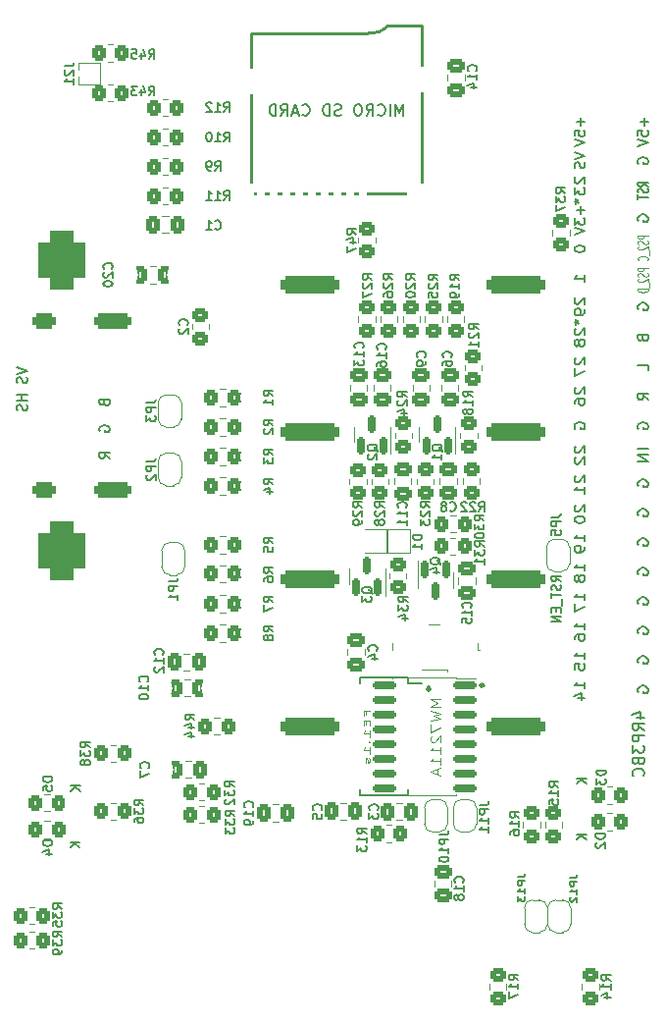
<source format=gbo>
G04 #@! TF.GenerationSoftware,KiCad,Pcbnew,6.0.11-2627ca5db0~126~ubuntu20.04.1*
G04 #@! TF.CreationDate,2024-04-17T12:53:05+05:00*
G04 #@! TF.ProjectId,16RPI24,31365250-4932-4342-9e6b-696361645f70,rev?*
G04 #@! TF.SameCoordinates,Original*
G04 #@! TF.FileFunction,Legend,Bot*
G04 #@! TF.FilePolarity,Positive*
%FSLAX46Y46*%
G04 Gerber Fmt 4.6, Leading zero omitted, Abs format (unit mm)*
G04 Created by KiCad (PCBNEW 6.0.11-2627ca5db0~126~ubuntu20.04.1) date 2024-04-17 12:53:05*
%MOMM*%
%LPD*%
G01*
G04 APERTURE LIST*
G04 Aperture macros list*
%AMRoundRect*
0 Rectangle with rounded corners*
0 $1 Rounding radius*
0 $2 $3 $4 $5 $6 $7 $8 $9 X,Y pos of 4 corners*
0 Add a 4 corners polygon primitive as box body*
4,1,4,$2,$3,$4,$5,$6,$7,$8,$9,$2,$3,0*
0 Add four circle primitives for the rounded corners*
1,1,$1+$1,$2,$3*
1,1,$1+$1,$4,$5*
1,1,$1+$1,$6,$7*
1,1,$1+$1,$8,$9*
0 Add four rect primitives between the rounded corners*
20,1,$1+$1,$2,$3,$4,$5,0*
20,1,$1+$1,$4,$5,$6,$7,0*
20,1,$1+$1,$6,$7,$8,$9,0*
20,1,$1+$1,$8,$9,$2,$3,0*%
%AMFreePoly0*
4,1,31,0.278115,0.855951,0.450000,0.779423,0.602218,0.668830,0.728115,0.529007,0.822191,0.366063,0.880333,0.187121,0.900000,0.000000,0.880333,-0.187121,0.822191,-0.366063,0.728115,-0.529007,0.602218,-0.668830,0.450000,-0.779423,0.278115,-0.855951,0.094076,-0.895070,-0.094076,-0.895070,-0.278115,-0.855951,-0.450000,-0.779423,-0.602218,-0.668830,-0.728115,-0.529007,-0.822191,-0.366063,
-0.880333,-0.187121,-0.900000,0.000000,-0.880333,0.187121,-0.822191,0.366063,-0.728115,0.529007,-0.602218,0.668830,-0.450000,0.779423,-0.278115,0.855951,-0.094076,0.895070,0.094076,0.895070,0.278115,0.855951,0.278115,0.855951,$1*%
%AMFreePoly1*
4,1,22,0.500000,-0.750000,0.000000,-0.750000,0.000000,-0.745033,-0.079941,-0.743568,-0.215256,-0.701293,-0.333266,-0.622738,-0.424486,-0.514219,-0.481581,-0.384460,-0.499164,-0.250000,-0.500000,-0.250000,-0.500000,0.250000,-0.499164,0.250000,-0.499963,0.256109,-0.478152,0.396186,-0.417904,0.524511,-0.324060,0.630769,-0.204165,0.706417,-0.067858,0.745374,0.000000,0.744959,0.000000,0.750000,
0.500000,0.750000,0.500000,-0.750000,0.500000,-0.750000,$1*%
%AMFreePoly2*
4,1,20,0.000000,0.744959,0.073905,0.744508,0.209726,0.703889,0.328688,0.626782,0.421226,0.519385,0.479903,0.390333,0.500000,0.250000,0.500000,-0.250000,0.499851,-0.262216,0.476331,-0.402017,0.414519,-0.529596,0.319384,-0.634700,0.198574,-0.708877,0.061801,-0.746166,0.000000,-0.745033,0.000000,-0.750000,-0.500000,-0.750000,-0.500000,0.750000,0.000000,0.750000,0.000000,0.744959,
0.000000,0.744959,$1*%
G04 Aperture macros list end*
%ADD10C,0.150000*%
%ADD11C,0.125000*%
%ADD12C,0.120000*%
%ADD13C,0.250000*%
%ADD14C,1.000000*%
%ADD15R,1.500000X1.500000*%
%ADD16C,1.500000*%
%ADD17C,3.000000*%
%ADD18R,1.700000X1.700000*%
%ADD19O,1.700000X1.700000*%
%ADD20RoundRect,0.350000X-1.300000X0.350000X-1.300000X-0.350000X1.300000X-0.350000X1.300000X0.350000X0*%
%ADD21RoundRect,0.350000X-0.700000X0.350000X-0.700000X-0.350000X0.700000X-0.350000X0.700000X0.350000X0*%
%ADD22C,1.700000*%
%ADD23O,2.000000X3.500000*%
%ADD24O,4.000000X2.000000*%
%ADD25C,1.800000*%
%ADD26C,0.650000*%
%ADD27O,1.600000X1.000000*%
%ADD28O,2.100000X1.000000*%
%ADD29O,1.700000X2.000000*%
%ADD30O,1.100000X1.100000*%
%ADD31RoundRect,1.000000X-1.000000X1.500000X-1.000000X-1.500000X1.000000X-1.500000X1.000000X1.500000X0*%
%ADD32R,1.600000X1.600000*%
%ADD33C,1.600000*%
%ADD34O,5.000000X1.600000*%
%ADD35RoundRect,0.400000X-2.100000X-0.400000X2.100000X-0.400000X2.100000X0.400000X-2.100000X0.400000X0*%
%ADD36RoundRect,0.250000X0.450000X-0.350000X0.450000X0.350000X-0.450000X0.350000X-0.450000X-0.350000X0*%
%ADD37RoundRect,0.250000X0.337500X0.475000X-0.337500X0.475000X-0.337500X-0.475000X0.337500X-0.475000X0*%
%ADD38RoundRect,0.250000X-0.350000X-0.450000X0.350000X-0.450000X0.350000X0.450000X-0.350000X0.450000X0*%
%ADD39RoundRect,0.250000X-0.475000X0.337500X-0.475000X-0.337500X0.475000X-0.337500X0.475000X0.337500X0*%
%ADD40RoundRect,0.250000X0.350000X0.450000X-0.350000X0.450000X-0.350000X-0.450000X0.350000X-0.450000X0*%
%ADD41FreePoly0,180.000000*%
%ADD42RoundRect,0.250000X-0.337500X-0.475000X0.337500X-0.475000X0.337500X0.475000X-0.337500X0.475000X0*%
%ADD43FreePoly1,270.000000*%
%ADD44FreePoly2,270.000000*%
%ADD45RoundRect,0.250000X-0.450000X0.350000X-0.450000X-0.350000X0.450000X-0.350000X0.450000X0.350000X0*%
%ADD46FreePoly1,90.000000*%
%ADD47FreePoly2,90.000000*%
%ADD48R,1.200000X0.400000*%
%ADD49R,0.700000X1.600000*%
%ADD50R,1.200000X2.200000*%
%ADD51R,1.200000X1.400000*%
%ADD52R,1.600000X1.400000*%
%ADD53FreePoly0,270.000000*%
%ADD54RoundRect,0.150000X0.150000X-0.587500X0.150000X0.587500X-0.150000X0.587500X-0.150000X-0.587500X0*%
%ADD55RoundRect,0.150000X-0.150000X0.587500X-0.150000X-0.587500X0.150000X-0.587500X0.150000X0.587500X0*%
%ADD56RoundRect,0.250000X0.475000X-0.337500X0.475000X0.337500X-0.475000X0.337500X-0.475000X-0.337500X0*%
%ADD57R,3.048000X1.392000*%
%ADD58R,2.921000X1.392000*%
%ADD59R,1.600000X1.200000*%
%ADD60RoundRect,0.150000X0.837500X0.150000X-0.837500X0.150000X-0.837500X-0.150000X0.837500X-0.150000X0*%
G04 APERTURE END LIST*
D10*
X58719102Y-71714682D02*
X58720000Y-73658621D01*
X66845268Y-84923391D02*
X66654791Y-85113867D01*
X66845268Y-85304343D01*
X67035744Y-85113867D01*
X66845268Y-84923391D01*
X66845268Y-85304343D01*
X80322000Y-70492904D02*
X80279142Y-70397666D01*
X80279142Y-70254809D01*
X80322000Y-70111952D01*
X80407714Y-70016714D01*
X80493428Y-69969095D01*
X80664857Y-69921476D01*
X80793428Y-69921476D01*
X80964857Y-69969095D01*
X81050571Y-70016714D01*
X81136285Y-70111952D01*
X81179142Y-70254809D01*
X81179142Y-70350047D01*
X81136285Y-70492904D01*
X81093428Y-70540523D01*
X80793428Y-70540523D01*
X80793428Y-70350047D01*
X75718142Y-82867523D02*
X75718142Y-82296095D01*
X75718142Y-82581809D02*
X74818142Y-82581809D01*
X74946714Y-82486571D01*
X75032428Y-82391333D01*
X75075285Y-82296095D01*
X74818142Y-83772285D02*
X74818142Y-83296095D01*
X75246714Y-83248476D01*
X75203857Y-83296095D01*
X75161000Y-83391333D01*
X75161000Y-83629428D01*
X75203857Y-83724666D01*
X75246714Y-83772285D01*
X75332428Y-83819904D01*
X75546714Y-83819904D01*
X75632428Y-83772285D01*
X75675285Y-83724666D01*
X75718142Y-83629428D01*
X75718142Y-83391333D01*
X75675285Y-83296095D01*
X75632428Y-83248476D01*
X74903857Y-56896095D02*
X74861000Y-56943714D01*
X74818142Y-57038952D01*
X74818142Y-57277047D01*
X74861000Y-57372285D01*
X74903857Y-57419904D01*
X74989571Y-57467523D01*
X75075285Y-57467523D01*
X75203857Y-57419904D01*
X75718142Y-56848476D01*
X75718142Y-57467523D01*
X74818142Y-57800857D02*
X74818142Y-58467523D01*
X75718142Y-58038952D01*
D11*
X63226904Y-86296904D02*
X62426904Y-86296904D01*
X62998333Y-86630238D01*
X62426904Y-86963571D01*
X63226904Y-86963571D01*
X62426904Y-87344523D02*
X63226904Y-87582619D01*
X62655476Y-87773095D01*
X63226904Y-87963571D01*
X62426904Y-88201666D01*
X62426904Y-88487380D02*
X62426904Y-89154047D01*
X63226904Y-88725476D01*
X62503095Y-89487380D02*
X62465000Y-89535000D01*
X62426904Y-89630238D01*
X62426904Y-89868333D01*
X62465000Y-89963571D01*
X62503095Y-90011190D01*
X62579285Y-90058809D01*
X62655476Y-90058809D01*
X62769761Y-90011190D01*
X63226904Y-89439761D01*
X63226904Y-90058809D01*
X63226904Y-91011190D02*
X63226904Y-90439761D01*
X63226904Y-90725476D02*
X62426904Y-90725476D01*
X62541190Y-90630238D01*
X62617380Y-90535000D01*
X62655476Y-90439761D01*
X63226904Y-91963571D02*
X63226904Y-91392142D01*
X63226904Y-91677857D02*
X62426904Y-91677857D01*
X62541190Y-91582619D01*
X62617380Y-91487380D01*
X62655476Y-91392142D01*
X62998333Y-92344523D02*
X62998333Y-92820714D01*
X63226904Y-92249285D02*
X62426904Y-92582619D01*
X63226904Y-92915952D01*
D10*
X75718142Y-75247523D02*
X75718142Y-74676095D01*
X75718142Y-74961809D02*
X74818142Y-74961809D01*
X74946714Y-74866571D01*
X75032428Y-74771333D01*
X75075285Y-74676095D01*
X75203857Y-75818952D02*
X75161000Y-75723714D01*
X75118142Y-75676095D01*
X75032428Y-75628476D01*
X74989571Y-75628476D01*
X74903857Y-75676095D01*
X74861000Y-75723714D01*
X74818142Y-75818952D01*
X74818142Y-76009428D01*
X74861000Y-76104666D01*
X74903857Y-76152285D01*
X74989571Y-76199904D01*
X75032428Y-76199904D01*
X75118142Y-76152285D01*
X75161000Y-76104666D01*
X75203857Y-76009428D01*
X75203857Y-75818952D01*
X75246714Y-75723714D01*
X75289571Y-75676095D01*
X75375285Y-75628476D01*
X75546714Y-75628476D01*
X75632428Y-75676095D01*
X75675285Y-75723714D01*
X75718142Y-75818952D01*
X75718142Y-76009428D01*
X75675285Y-76104666D01*
X75632428Y-76152285D01*
X75546714Y-76199904D01*
X75375285Y-76199904D01*
X75289571Y-76152285D01*
X75246714Y-76104666D01*
X75203857Y-76009428D01*
X75718142Y-85407523D02*
X75718142Y-84836095D01*
X75718142Y-85121809D02*
X74818142Y-85121809D01*
X74946714Y-85026571D01*
X75032428Y-84931333D01*
X75075285Y-84836095D01*
X75118142Y-86264666D02*
X75718142Y-86264666D01*
X74775285Y-86026571D02*
X75418142Y-85788476D01*
X75418142Y-86407523D01*
D11*
X56860285Y-87630238D02*
X56860285Y-87296904D01*
X57122190Y-87296904D02*
X56622190Y-87296904D01*
X56622190Y-87773095D01*
X56860285Y-88154047D02*
X56860285Y-88487380D01*
X57122190Y-88630238D02*
X57122190Y-88154047D01*
X56622190Y-88154047D01*
X56622190Y-88630238D01*
X57122190Y-89582619D02*
X57122190Y-89011190D01*
X57122190Y-89296904D02*
X56622190Y-89296904D01*
X56693619Y-89201666D01*
X56741238Y-89106428D01*
X56765047Y-89011190D01*
X57074571Y-90011190D02*
X57098380Y-90058809D01*
X57122190Y-90011190D01*
X57098380Y-89963571D01*
X57074571Y-90011190D01*
X57122190Y-90011190D01*
X57122190Y-91011190D02*
X57122190Y-90439761D01*
X57122190Y-90725476D02*
X56622190Y-90725476D01*
X56693619Y-90630238D01*
X56741238Y-90535000D01*
X56765047Y-90439761D01*
X57098380Y-91392142D02*
X57122190Y-91487380D01*
X57122190Y-91677857D01*
X57098380Y-91773095D01*
X57050761Y-91820714D01*
X57026952Y-91820714D01*
X56979333Y-91773095D01*
X56955523Y-91677857D01*
X56955523Y-91535000D01*
X56931714Y-91439761D01*
X56884095Y-91392142D01*
X56860285Y-91392142D01*
X56812666Y-91439761D01*
X56788857Y-91535000D01*
X56788857Y-91677857D01*
X56812666Y-91773095D01*
D10*
X75833211Y-97978852D02*
X75033211Y-97978852D01*
X75833211Y-98435995D02*
X75376068Y-98093137D01*
X75033211Y-98435995D02*
X75490354Y-97978852D01*
X74903857Y-51689142D02*
X74861000Y-51736761D01*
X74818142Y-51832000D01*
X74818142Y-52070095D01*
X74861000Y-52165333D01*
X74903857Y-52212952D01*
X74989571Y-52260571D01*
X75075285Y-52260571D01*
X75203857Y-52212952D01*
X75718142Y-51641523D01*
X75718142Y-52260571D01*
X75718142Y-52736761D02*
X75718142Y-52927238D01*
X75675285Y-53022476D01*
X75632428Y-53070095D01*
X75503857Y-53165333D01*
X75332428Y-53212952D01*
X74989571Y-53212952D01*
X74903857Y-53165333D01*
X74861000Y-53117714D01*
X74818142Y-53022476D01*
X74818142Y-52832000D01*
X74861000Y-52736761D01*
X74903857Y-52689142D01*
X74989571Y-52641523D01*
X75203857Y-52641523D01*
X75289571Y-52689142D01*
X75332428Y-52736761D01*
X75375285Y-52832000D01*
X75375285Y-53022476D01*
X75332428Y-53117714D01*
X75289571Y-53165333D01*
X75203857Y-53212952D01*
X74818142Y-53784380D02*
X75032428Y-53784380D01*
X74946714Y-53546285D02*
X75032428Y-53784380D01*
X74946714Y-54022476D01*
X75203857Y-53641523D02*
X75032428Y-53784380D01*
X75203857Y-53927238D01*
X74903857Y-41275142D02*
X74861000Y-41322761D01*
X74818142Y-41418000D01*
X74818142Y-41656095D01*
X74861000Y-41751333D01*
X74903857Y-41798952D01*
X74989571Y-41846571D01*
X75075285Y-41846571D01*
X75203857Y-41798952D01*
X75718142Y-41227523D01*
X75718142Y-41846571D01*
X74818142Y-42179904D02*
X74818142Y-42798952D01*
X75161000Y-42465619D01*
X75161000Y-42608476D01*
X75203857Y-42703714D01*
X75246714Y-42751333D01*
X75332428Y-42798952D01*
X75546714Y-42798952D01*
X75632428Y-42751333D01*
X75675285Y-42703714D01*
X75718142Y-42608476D01*
X75718142Y-42322761D01*
X75675285Y-42227523D01*
X75632428Y-42179904D01*
X74818142Y-43370380D02*
X75032428Y-43370380D01*
X74946714Y-43132285D02*
X75032428Y-43370380D01*
X74946714Y-43608476D01*
X75203857Y-43227523D02*
X75032428Y-43370380D01*
X75203857Y-43513238D01*
X32138346Y-98662944D02*
X31338346Y-98662944D01*
X32138346Y-99120087D02*
X31681203Y-98777229D01*
X31338346Y-99120087D02*
X31795489Y-98662944D01*
X34892778Y-49194235D02*
X34930873Y-49156140D01*
X34968968Y-49041854D01*
X34968968Y-48965663D01*
X34930873Y-48851378D01*
X34854683Y-48775187D01*
X34778492Y-48737092D01*
X34626111Y-48698997D01*
X34511825Y-48698997D01*
X34359444Y-48737092D01*
X34283254Y-48775187D01*
X34207064Y-48851378D01*
X34168968Y-48965663D01*
X34168968Y-49041854D01*
X34207064Y-49156140D01*
X34245159Y-49194235D01*
X34245159Y-49498997D02*
X34207064Y-49537092D01*
X34168968Y-49613282D01*
X34168968Y-49803759D01*
X34207064Y-49879949D01*
X34245159Y-49918044D01*
X34321349Y-49956140D01*
X34397540Y-49956140D01*
X34511825Y-49918044D01*
X34968968Y-49460901D01*
X34968968Y-49956140D01*
X34168968Y-50451378D02*
X34168968Y-50527568D01*
X34207064Y-50603759D01*
X34245159Y-50641854D01*
X34321349Y-50679949D01*
X34473730Y-50718044D01*
X34664206Y-50718044D01*
X34816587Y-50679949D01*
X34892778Y-50641854D01*
X34930873Y-50603759D01*
X34968968Y-50527568D01*
X34968968Y-50451378D01*
X34930873Y-50375187D01*
X34892778Y-50337092D01*
X34816587Y-50298997D01*
X34664206Y-50260901D01*
X34473730Y-50260901D01*
X34321349Y-50298997D01*
X34245159Y-50337092D01*
X34207064Y-50375187D01*
X34168968Y-50451378D01*
X74861000Y-62999904D02*
X74818142Y-62904666D01*
X74818142Y-62761809D01*
X74861000Y-62618952D01*
X74946714Y-62523714D01*
X75032428Y-62476095D01*
X75203857Y-62428476D01*
X75332428Y-62428476D01*
X75503857Y-62476095D01*
X75589571Y-62523714D01*
X75675285Y-62618952D01*
X75718142Y-62761809D01*
X75718142Y-62857047D01*
X75675285Y-62999904D01*
X75632428Y-63047523D01*
X75332428Y-63047523D01*
X75332428Y-62857047D01*
D11*
X81179142Y-49117380D02*
X80279142Y-49117380D01*
X80279142Y-49307857D01*
X80322000Y-49355476D01*
X80364857Y-49379285D01*
X80450571Y-49403095D01*
X80579142Y-49403095D01*
X80664857Y-49379285D01*
X80707714Y-49355476D01*
X80750571Y-49307857D01*
X80750571Y-49117380D01*
X81136285Y-49593571D02*
X81179142Y-49665000D01*
X81179142Y-49784047D01*
X81136285Y-49831666D01*
X81093428Y-49855476D01*
X81007714Y-49879285D01*
X80922000Y-49879285D01*
X80836285Y-49855476D01*
X80793428Y-49831666D01*
X80750571Y-49784047D01*
X80707714Y-49688809D01*
X80664857Y-49641190D01*
X80622000Y-49617380D01*
X80536285Y-49593571D01*
X80450571Y-49593571D01*
X80364857Y-49617380D01*
X80322000Y-49641190D01*
X80279142Y-49688809D01*
X80279142Y-49807857D01*
X80322000Y-49879285D01*
X80364857Y-50069761D02*
X80322000Y-50093571D01*
X80279142Y-50141190D01*
X80279142Y-50260238D01*
X80322000Y-50307857D01*
X80364857Y-50331666D01*
X80450571Y-50355476D01*
X80536285Y-50355476D01*
X80664857Y-50331666D01*
X81179142Y-50045952D01*
X81179142Y-50355476D01*
X81264857Y-50450714D02*
X81264857Y-50831666D01*
X81179142Y-50950714D02*
X80279142Y-50950714D01*
X80279142Y-51069761D01*
X80322000Y-51141190D01*
X80407714Y-51188809D01*
X80493428Y-51212619D01*
X80664857Y-51236428D01*
X80793428Y-51236428D01*
X80964857Y-51212619D01*
X81050571Y-51188809D01*
X81136285Y-51141190D01*
X81179142Y-51069761D01*
X81179142Y-50950714D01*
D10*
X81179142Y-57967523D02*
X81179142Y-57491333D01*
X80279142Y-57491333D01*
X81179142Y-60507523D02*
X80750571Y-60174190D01*
X81179142Y-59936095D02*
X80279142Y-59936095D01*
X80279142Y-60317047D01*
X80322000Y-60412285D01*
X80364857Y-60459904D01*
X80450571Y-60507523D01*
X80579142Y-60507523D01*
X80664857Y-60459904D01*
X80707714Y-60412285D01*
X80750571Y-60317047D01*
X80750571Y-59936095D01*
X75718142Y-50323714D02*
X75718142Y-49752285D01*
X75718142Y-50038000D02*
X74818142Y-50038000D01*
X74946714Y-49942761D01*
X75032428Y-49847523D01*
X75075285Y-49752285D01*
X75863042Y-93135476D02*
X75063042Y-93135476D01*
X75863042Y-93592619D02*
X75405899Y-93249761D01*
X75063042Y-93592619D02*
X75520185Y-93135476D01*
X27585142Y-60020285D02*
X26685142Y-60020285D01*
X27113714Y-60020285D02*
X27113714Y-60534571D01*
X27585142Y-60534571D02*
X26685142Y-60534571D01*
X27542285Y-60920285D02*
X27585142Y-61048857D01*
X27585142Y-61263142D01*
X27542285Y-61348857D01*
X27499428Y-61391714D01*
X27413714Y-61434571D01*
X27328000Y-61434571D01*
X27242285Y-61391714D01*
X27199428Y-61348857D01*
X27156571Y-61263142D01*
X27113714Y-61091714D01*
X27070857Y-61006000D01*
X27028000Y-60963142D01*
X26942285Y-60920285D01*
X26856571Y-60920285D01*
X26770857Y-60963142D01*
X26728000Y-61006000D01*
X26685142Y-61091714D01*
X26685142Y-61306000D01*
X26728000Y-61434571D01*
X80322000Y-45092904D02*
X80279142Y-44997666D01*
X80279142Y-44854809D01*
X80322000Y-44711952D01*
X80407714Y-44616714D01*
X80493428Y-44569095D01*
X80664857Y-44521476D01*
X80793428Y-44521476D01*
X80964857Y-44569095D01*
X81050571Y-44616714D01*
X81136285Y-44711952D01*
X81179142Y-44854809D01*
X81179142Y-44950047D01*
X81136285Y-45092904D01*
X81093428Y-45140523D01*
X80793428Y-45140523D01*
X80793428Y-44950047D01*
X75718142Y-80327523D02*
X75718142Y-79756095D01*
X75718142Y-80041809D02*
X74818142Y-80041809D01*
X74946714Y-79946571D01*
X75032428Y-79851333D01*
X75075285Y-79756095D01*
X74818142Y-81184666D02*
X74818142Y-80994190D01*
X74861000Y-80898952D01*
X74903857Y-80851333D01*
X75032428Y-80756095D01*
X75203857Y-80708476D01*
X75546714Y-80708476D01*
X75632428Y-80756095D01*
X75675285Y-80803714D01*
X75718142Y-80898952D01*
X75718142Y-81089428D01*
X75675285Y-81184666D01*
X75632428Y-81232285D01*
X75546714Y-81279904D01*
X75332428Y-81279904D01*
X75246714Y-81232285D01*
X75203857Y-81184666D01*
X75161000Y-81089428D01*
X75161000Y-80898952D01*
X75203857Y-80803714D01*
X75246714Y-80756095D01*
X75332428Y-80708476D01*
X75375285Y-43800857D02*
X75375285Y-44486571D01*
X75718142Y-44143714D02*
X75032428Y-44143714D01*
X74818142Y-44829428D02*
X74818142Y-45386571D01*
X75161000Y-45086571D01*
X75161000Y-45215142D01*
X75203857Y-45300857D01*
X75246714Y-45343714D01*
X75332428Y-45386571D01*
X75546714Y-45386571D01*
X75632428Y-45343714D01*
X75675285Y-45300857D01*
X75718142Y-45215142D01*
X75718142Y-44958000D01*
X75675285Y-44872285D01*
X75632428Y-44829428D01*
X74818142Y-45643714D02*
X75718142Y-45943714D01*
X74818142Y-46243714D01*
X80322000Y-83192904D02*
X80279142Y-83097666D01*
X80279142Y-82954809D01*
X80322000Y-82811952D01*
X80407714Y-82716714D01*
X80493428Y-82669095D01*
X80664857Y-82621476D01*
X80793428Y-82621476D01*
X80964857Y-82669095D01*
X81050571Y-82716714D01*
X81136285Y-82811952D01*
X81179142Y-82954809D01*
X81179142Y-83050047D01*
X81136285Y-83192904D01*
X81093428Y-83240523D01*
X80793428Y-83240523D01*
X80793428Y-83050047D01*
X80707714Y-55189428D02*
X80750571Y-55332285D01*
X80793428Y-55379904D01*
X80879142Y-55427523D01*
X81007714Y-55427523D01*
X81093428Y-55379904D01*
X81136285Y-55332285D01*
X81179142Y-55237047D01*
X81179142Y-54856095D01*
X80279142Y-54856095D01*
X80279142Y-55189428D01*
X80322000Y-55284666D01*
X80364857Y-55332285D01*
X80450571Y-55379904D01*
X80536285Y-55379904D01*
X80622000Y-55332285D01*
X80664857Y-55284666D01*
X80707714Y-55189428D01*
X80707714Y-54856095D01*
X80322000Y-80652904D02*
X80279142Y-80557666D01*
X80279142Y-80414809D01*
X80322000Y-80271952D01*
X80407714Y-80176714D01*
X80493428Y-80129095D01*
X80664857Y-80081476D01*
X80793428Y-80081476D01*
X80964857Y-80129095D01*
X81050571Y-80176714D01*
X81136285Y-80271952D01*
X81179142Y-80414809D01*
X81179142Y-80510047D01*
X81136285Y-80652904D01*
X81093428Y-80700523D01*
X80793428Y-80700523D01*
X80793428Y-80510047D01*
X75375285Y-36180857D02*
X75375285Y-36866571D01*
X75718142Y-36523714D02*
X75032428Y-36523714D01*
X74818142Y-37723714D02*
X74818142Y-37295142D01*
X75246714Y-37252285D01*
X75203857Y-37295142D01*
X75161000Y-37380857D01*
X75161000Y-37595142D01*
X75203857Y-37680857D01*
X75246714Y-37723714D01*
X75332428Y-37766571D01*
X75546714Y-37766571D01*
X75632428Y-37723714D01*
X75675285Y-37680857D01*
X75718142Y-37595142D01*
X75718142Y-37380857D01*
X75675285Y-37295142D01*
X75632428Y-37252285D01*
X74818142Y-38023714D02*
X75718142Y-38323714D01*
X74818142Y-38623714D01*
X32168177Y-93770476D02*
X31368177Y-93770476D01*
X32168177Y-94227619D02*
X31711034Y-93884761D01*
X31368177Y-94227619D02*
X31825320Y-93770476D01*
X34225714Y-60770285D02*
X34268571Y-60898857D01*
X34311428Y-60941714D01*
X34397142Y-60984571D01*
X34525714Y-60984571D01*
X34611428Y-60941714D01*
X34654285Y-60898857D01*
X34697142Y-60813142D01*
X34697142Y-60470285D01*
X33797142Y-60470285D01*
X33797142Y-60770285D01*
X33840000Y-60856000D01*
X33882857Y-60898857D01*
X33968571Y-60941714D01*
X34054285Y-60941714D01*
X34140000Y-60898857D01*
X34182857Y-60856000D01*
X34225714Y-60770285D01*
X34225714Y-60470285D01*
X26685142Y-57691428D02*
X27585142Y-57991428D01*
X26685142Y-58291428D01*
X27542285Y-58548571D02*
X27585142Y-58677142D01*
X27585142Y-58891428D01*
X27542285Y-58977142D01*
X27499428Y-59020000D01*
X27413714Y-59062857D01*
X27328000Y-59062857D01*
X27242285Y-59020000D01*
X27199428Y-58977142D01*
X27156571Y-58891428D01*
X27113714Y-58720000D01*
X27070857Y-58634285D01*
X27028000Y-58591428D01*
X26942285Y-58548571D01*
X26856571Y-58548571D01*
X26770857Y-58591428D01*
X26728000Y-58634285D01*
X26685142Y-58720000D01*
X26685142Y-58934285D01*
X26728000Y-59062857D01*
X74818142Y-39149428D02*
X75718142Y-39449428D01*
X74818142Y-39749428D01*
X75675285Y-40006571D02*
X75718142Y-40135142D01*
X75718142Y-40349428D01*
X75675285Y-40435142D01*
X75632428Y-40478000D01*
X75546714Y-40520857D01*
X75461000Y-40520857D01*
X75375285Y-40478000D01*
X75332428Y-40435142D01*
X75289571Y-40349428D01*
X75246714Y-40178000D01*
X75203857Y-40092285D01*
X75161000Y-40049428D01*
X75075285Y-40006571D01*
X74989571Y-40006571D01*
X74903857Y-40049428D01*
X74861000Y-40092285D01*
X74818142Y-40178000D01*
X74818142Y-40392285D01*
X74861000Y-40520857D01*
X81179142Y-64754190D02*
X80279142Y-64754190D01*
X81179142Y-65230380D02*
X80279142Y-65230380D01*
X81179142Y-65801809D01*
X80279142Y-65801809D01*
X74903857Y-54356095D02*
X74861000Y-54403714D01*
X74818142Y-54498952D01*
X74818142Y-54737047D01*
X74861000Y-54832285D01*
X74903857Y-54879904D01*
X74989571Y-54927523D01*
X75075285Y-54927523D01*
X75203857Y-54879904D01*
X75718142Y-54308476D01*
X75718142Y-54927523D01*
X75203857Y-55498952D02*
X75161000Y-55403714D01*
X75118142Y-55356095D01*
X75032428Y-55308476D01*
X74989571Y-55308476D01*
X74903857Y-55356095D01*
X74861000Y-55403714D01*
X74818142Y-55498952D01*
X74818142Y-55689428D01*
X74861000Y-55784666D01*
X74903857Y-55832285D01*
X74989571Y-55879904D01*
X75032428Y-55879904D01*
X75118142Y-55832285D01*
X75161000Y-55784666D01*
X75203857Y-55689428D01*
X75203857Y-55498952D01*
X75246714Y-55403714D01*
X75289571Y-55356095D01*
X75375285Y-55308476D01*
X75546714Y-55308476D01*
X75632428Y-55356095D01*
X75675285Y-55403714D01*
X75718142Y-55498952D01*
X75718142Y-55689428D01*
X75675285Y-55784666D01*
X75632428Y-55832285D01*
X75546714Y-55879904D01*
X75375285Y-55879904D01*
X75289571Y-55832285D01*
X75246714Y-55784666D01*
X75203857Y-55689428D01*
X74903857Y-64516095D02*
X74861000Y-64563714D01*
X74818142Y-64658952D01*
X74818142Y-64897047D01*
X74861000Y-64992285D01*
X74903857Y-65039904D01*
X74989571Y-65087523D01*
X75075285Y-65087523D01*
X75203857Y-65039904D01*
X75718142Y-64468476D01*
X75718142Y-65087523D01*
X74903857Y-65468476D02*
X74861000Y-65516095D01*
X74818142Y-65611333D01*
X74818142Y-65849428D01*
X74861000Y-65944666D01*
X74903857Y-65992285D01*
X74989571Y-66039904D01*
X75075285Y-66039904D01*
X75203857Y-65992285D01*
X75718142Y-65420857D01*
X75718142Y-66039904D01*
X80836285Y-36180857D02*
X80836285Y-36866571D01*
X81179142Y-36523714D02*
X80493428Y-36523714D01*
X80279142Y-37723714D02*
X80279142Y-37295142D01*
X80707714Y-37252285D01*
X80664857Y-37295142D01*
X80622000Y-37380857D01*
X80622000Y-37595142D01*
X80664857Y-37680857D01*
X80707714Y-37723714D01*
X80793428Y-37766571D01*
X81007714Y-37766571D01*
X81093428Y-37723714D01*
X81136285Y-37680857D01*
X81179142Y-37595142D01*
X81179142Y-37380857D01*
X81136285Y-37295142D01*
X81093428Y-37252285D01*
X80279142Y-38023714D02*
X81179142Y-38323714D01*
X80279142Y-38623714D01*
X80322000Y-85732904D02*
X80279142Y-85637666D01*
X80279142Y-85494809D01*
X80322000Y-85351952D01*
X80407714Y-85256714D01*
X80493428Y-85209095D01*
X80664857Y-85161476D01*
X80793428Y-85161476D01*
X80964857Y-85209095D01*
X81050571Y-85256714D01*
X81136285Y-85351952D01*
X81179142Y-85494809D01*
X81179142Y-85590047D01*
X81136285Y-85732904D01*
X81093428Y-85780523D01*
X80793428Y-85780523D01*
X80793428Y-85590047D01*
X80322000Y-52712904D02*
X80279142Y-52617666D01*
X80279142Y-52474809D01*
X80322000Y-52331952D01*
X80407714Y-52236714D01*
X80493428Y-52189095D01*
X80664857Y-52141476D01*
X80793428Y-52141476D01*
X80964857Y-52189095D01*
X81050571Y-52236714D01*
X81136285Y-52331952D01*
X81179142Y-52474809D01*
X81179142Y-52570047D01*
X81136285Y-52712904D01*
X81093428Y-52760523D01*
X80793428Y-52760523D01*
X80793428Y-52570047D01*
X74903857Y-67056095D02*
X74861000Y-67103714D01*
X74818142Y-67198952D01*
X74818142Y-67437047D01*
X74861000Y-67532285D01*
X74903857Y-67579904D01*
X74989571Y-67627523D01*
X75075285Y-67627523D01*
X75203857Y-67579904D01*
X75718142Y-67008476D01*
X75718142Y-67627523D01*
X75718142Y-68579904D02*
X75718142Y-68008476D01*
X75718142Y-68294190D02*
X74818142Y-68294190D01*
X74946714Y-68198952D01*
X75032428Y-68103714D01*
X75075285Y-68008476D01*
X62230000Y-85248571D02*
X62039523Y-85439047D01*
X62230000Y-85629523D01*
X62420476Y-85439047D01*
X62230000Y-85248571D01*
X62230000Y-85629523D01*
X75718142Y-72707523D02*
X75718142Y-72136095D01*
X75718142Y-72421809D02*
X74818142Y-72421809D01*
X74946714Y-72326571D01*
X75032428Y-72231333D01*
X75075285Y-72136095D01*
X75718142Y-73183714D02*
X75718142Y-73374190D01*
X75675285Y-73469428D01*
X75632428Y-73517047D01*
X75503857Y-73612285D01*
X75332428Y-73659904D01*
X74989571Y-73659904D01*
X74903857Y-73612285D01*
X74861000Y-73564666D01*
X74818142Y-73469428D01*
X74818142Y-73278952D01*
X74861000Y-73183714D01*
X74903857Y-73136095D01*
X74989571Y-73088476D01*
X75203857Y-73088476D01*
X75289571Y-73136095D01*
X75332428Y-73183714D01*
X75375285Y-73278952D01*
X75375285Y-73469428D01*
X75332428Y-73564666D01*
X75289571Y-73612285D01*
X75203857Y-73659904D01*
X81179142Y-42089428D02*
X80750571Y-41889428D01*
X81179142Y-41746571D02*
X80279142Y-41746571D01*
X80279142Y-41975142D01*
X80322000Y-42032285D01*
X80364857Y-42060857D01*
X80450571Y-42089428D01*
X80579142Y-42089428D01*
X80664857Y-42060857D01*
X80707714Y-42032285D01*
X80750571Y-41975142D01*
X80750571Y-41746571D01*
X81136285Y-42318000D02*
X81179142Y-42403714D01*
X81179142Y-42546571D01*
X81136285Y-42603714D01*
X81093428Y-42632285D01*
X81007714Y-42660857D01*
X80922000Y-42660857D01*
X80836285Y-42632285D01*
X80793428Y-42603714D01*
X80750571Y-42546571D01*
X80707714Y-42432285D01*
X80664857Y-42375142D01*
X80622000Y-42346571D01*
X80536285Y-42318000D01*
X80450571Y-42318000D01*
X80364857Y-42346571D01*
X80322000Y-42375142D01*
X80279142Y-42432285D01*
X80279142Y-42575142D01*
X80322000Y-42660857D01*
X80279142Y-42832285D02*
X80279142Y-43175142D01*
X81179142Y-43003714D02*
X80279142Y-43003714D01*
D11*
X81179142Y-46323380D02*
X80279142Y-46323380D01*
X80279142Y-46513857D01*
X80322000Y-46561476D01*
X80364857Y-46585285D01*
X80450571Y-46609095D01*
X80579142Y-46609095D01*
X80664857Y-46585285D01*
X80707714Y-46561476D01*
X80750571Y-46513857D01*
X80750571Y-46323380D01*
X81136285Y-46799571D02*
X81179142Y-46871000D01*
X81179142Y-46990047D01*
X81136285Y-47037666D01*
X81093428Y-47061476D01*
X81007714Y-47085285D01*
X80922000Y-47085285D01*
X80836285Y-47061476D01*
X80793428Y-47037666D01*
X80750571Y-46990047D01*
X80707714Y-46894809D01*
X80664857Y-46847190D01*
X80622000Y-46823380D01*
X80536285Y-46799571D01*
X80450571Y-46799571D01*
X80364857Y-46823380D01*
X80322000Y-46847190D01*
X80279142Y-46894809D01*
X80279142Y-47013857D01*
X80322000Y-47085285D01*
X80364857Y-47275761D02*
X80322000Y-47299571D01*
X80279142Y-47347190D01*
X80279142Y-47466238D01*
X80322000Y-47513857D01*
X80364857Y-47537666D01*
X80450571Y-47561476D01*
X80536285Y-47561476D01*
X80664857Y-47537666D01*
X81179142Y-47251952D01*
X81179142Y-47561476D01*
X81264857Y-47656714D02*
X81264857Y-48037666D01*
X81093428Y-48442428D02*
X81136285Y-48418619D01*
X81179142Y-48347190D01*
X81179142Y-48299571D01*
X81136285Y-48228142D01*
X81050571Y-48180523D01*
X80964857Y-48156714D01*
X80793428Y-48132904D01*
X80664857Y-48132904D01*
X80493428Y-48156714D01*
X80407714Y-48180523D01*
X80322000Y-48228142D01*
X80279142Y-48299571D01*
X80279142Y-48347190D01*
X80322000Y-48418619D01*
X80364857Y-48442428D01*
D10*
X80322000Y-75572904D02*
X80279142Y-75477666D01*
X80279142Y-75334809D01*
X80322000Y-75191952D01*
X80407714Y-75096714D01*
X80493428Y-75049095D01*
X80664857Y-75001476D01*
X80793428Y-75001476D01*
X80964857Y-75049095D01*
X81050571Y-75096714D01*
X81136285Y-75191952D01*
X81179142Y-75334809D01*
X81179142Y-75430047D01*
X81136285Y-75572904D01*
X81093428Y-75620523D01*
X80793428Y-75620523D01*
X80793428Y-75430047D01*
X80322000Y-73032904D02*
X80279142Y-72937666D01*
X80279142Y-72794809D01*
X80322000Y-72651952D01*
X80407714Y-72556714D01*
X80493428Y-72509095D01*
X80664857Y-72461476D01*
X80793428Y-72461476D01*
X80964857Y-72509095D01*
X81050571Y-72556714D01*
X81136285Y-72651952D01*
X81179142Y-72794809D01*
X81179142Y-72890047D01*
X81136285Y-73032904D01*
X81093428Y-73080523D01*
X80793428Y-73080523D01*
X80793428Y-72890047D01*
X74903857Y-59436095D02*
X74861000Y-59483714D01*
X74818142Y-59578952D01*
X74818142Y-59817047D01*
X74861000Y-59912285D01*
X74903857Y-59959904D01*
X74989571Y-60007523D01*
X75075285Y-60007523D01*
X75203857Y-59959904D01*
X75718142Y-59388476D01*
X75718142Y-60007523D01*
X74818142Y-60864666D02*
X74818142Y-60674190D01*
X74861000Y-60578952D01*
X74903857Y-60531333D01*
X75032428Y-60436095D01*
X75203857Y-60388476D01*
X75546714Y-60388476D01*
X75632428Y-60436095D01*
X75675285Y-60483714D01*
X75718142Y-60578952D01*
X75718142Y-60769428D01*
X75675285Y-60864666D01*
X75632428Y-60912285D01*
X75546714Y-60959904D01*
X75332428Y-60959904D01*
X75246714Y-60912285D01*
X75203857Y-60864666D01*
X75161000Y-60769428D01*
X75161000Y-60578952D01*
X75203857Y-60483714D01*
X75246714Y-60436095D01*
X75332428Y-60388476D01*
X80176714Y-87884285D02*
X80843380Y-87884285D01*
X79795761Y-87646190D02*
X80510047Y-87408095D01*
X80510047Y-88027142D01*
X80843380Y-88979523D02*
X80367190Y-88646190D01*
X80843380Y-88408095D02*
X79843380Y-88408095D01*
X79843380Y-88789047D01*
X79891000Y-88884285D01*
X79938619Y-88931904D01*
X80033857Y-88979523D01*
X80176714Y-88979523D01*
X80271952Y-88931904D01*
X80319571Y-88884285D01*
X80367190Y-88789047D01*
X80367190Y-88408095D01*
X80843380Y-89408095D02*
X79843380Y-89408095D01*
X79843380Y-89789047D01*
X79891000Y-89884285D01*
X79938619Y-89931904D01*
X80033857Y-89979523D01*
X80176714Y-89979523D01*
X80271952Y-89931904D01*
X80319571Y-89884285D01*
X80367190Y-89789047D01*
X80367190Y-89408095D01*
X79843380Y-90312857D02*
X79843380Y-90931904D01*
X80224333Y-90598571D01*
X80224333Y-90741428D01*
X80271952Y-90836666D01*
X80319571Y-90884285D01*
X80414809Y-90931904D01*
X80652904Y-90931904D01*
X80748142Y-90884285D01*
X80795761Y-90836666D01*
X80843380Y-90741428D01*
X80843380Y-90455714D01*
X80795761Y-90360476D01*
X80748142Y-90312857D01*
X80319571Y-91693809D02*
X80367190Y-91836666D01*
X80414809Y-91884285D01*
X80510047Y-91931904D01*
X80652904Y-91931904D01*
X80748142Y-91884285D01*
X80795761Y-91836666D01*
X80843380Y-91741428D01*
X80843380Y-91360476D01*
X79843380Y-91360476D01*
X79843380Y-91693809D01*
X79891000Y-91789047D01*
X79938619Y-91836666D01*
X80033857Y-91884285D01*
X80129095Y-91884285D01*
X80224333Y-91836666D01*
X80271952Y-91789047D01*
X80319571Y-91693809D01*
X80319571Y-91360476D01*
X80748142Y-92931904D02*
X80795761Y-92884285D01*
X80843380Y-92741428D01*
X80843380Y-92646190D01*
X80795761Y-92503333D01*
X80700523Y-92408095D01*
X80605285Y-92360476D01*
X80414809Y-92312857D01*
X80271952Y-92312857D01*
X80081476Y-92360476D01*
X79986238Y-92408095D01*
X79891000Y-92503333D01*
X79843380Y-92646190D01*
X79843380Y-92741428D01*
X79891000Y-92884285D01*
X79938619Y-92931904D01*
X33840000Y-63227714D02*
X33797142Y-63142000D01*
X33797142Y-63013428D01*
X33840000Y-62884857D01*
X33925714Y-62799142D01*
X34011428Y-62756285D01*
X34182857Y-62713428D01*
X34311428Y-62713428D01*
X34482857Y-62756285D01*
X34568571Y-62799142D01*
X34654285Y-62884857D01*
X34697142Y-63013428D01*
X34697142Y-63099142D01*
X34654285Y-63227714D01*
X34611428Y-63270571D01*
X34311428Y-63270571D01*
X34311428Y-63099142D01*
X80322000Y-78112904D02*
X80279142Y-78017666D01*
X80279142Y-77874809D01*
X80322000Y-77731952D01*
X80407714Y-77636714D01*
X80493428Y-77589095D01*
X80664857Y-77541476D01*
X80793428Y-77541476D01*
X80964857Y-77589095D01*
X81050571Y-77636714D01*
X81136285Y-77731952D01*
X81179142Y-77874809D01*
X81179142Y-77970047D01*
X81136285Y-78112904D01*
X81093428Y-78160523D01*
X80793428Y-78160523D01*
X80793428Y-77970047D01*
X80322000Y-67952904D02*
X80279142Y-67857666D01*
X80279142Y-67714809D01*
X80322000Y-67571952D01*
X80407714Y-67476714D01*
X80493428Y-67429095D01*
X80664857Y-67381476D01*
X80793428Y-67381476D01*
X80964857Y-67429095D01*
X81050571Y-67476714D01*
X81136285Y-67571952D01*
X81179142Y-67714809D01*
X81179142Y-67810047D01*
X81136285Y-67952904D01*
X81093428Y-68000523D01*
X80793428Y-68000523D01*
X80793428Y-67810047D01*
X60058858Y-36012380D02*
X60058858Y-35012380D01*
X59725525Y-35726666D01*
X59392192Y-35012380D01*
X59392192Y-36012380D01*
X58916001Y-36012380D02*
X58916001Y-35012380D01*
X57868382Y-35917142D02*
X57916001Y-35964761D01*
X58058858Y-36012380D01*
X58154096Y-36012380D01*
X58296954Y-35964761D01*
X58392192Y-35869523D01*
X58439811Y-35774285D01*
X58487430Y-35583809D01*
X58487430Y-35440952D01*
X58439811Y-35250476D01*
X58392192Y-35155238D01*
X58296954Y-35060000D01*
X58154096Y-35012380D01*
X58058858Y-35012380D01*
X57916001Y-35060000D01*
X57868382Y-35107619D01*
X56868382Y-36012380D02*
X57201715Y-35536190D01*
X57439811Y-36012380D02*
X57439811Y-35012380D01*
X57058858Y-35012380D01*
X56963620Y-35060000D01*
X56916001Y-35107619D01*
X56868382Y-35202857D01*
X56868382Y-35345714D01*
X56916001Y-35440952D01*
X56963620Y-35488571D01*
X57058858Y-35536190D01*
X57439811Y-35536190D01*
X56249334Y-35012380D02*
X56058858Y-35012380D01*
X55963620Y-35060000D01*
X55868382Y-35155238D01*
X55820763Y-35345714D01*
X55820763Y-35679047D01*
X55868382Y-35869523D01*
X55963620Y-35964761D01*
X56058858Y-36012380D01*
X56249334Y-36012380D01*
X56344573Y-35964761D01*
X56439811Y-35869523D01*
X56487430Y-35679047D01*
X56487430Y-35345714D01*
X56439811Y-35155238D01*
X56344573Y-35060000D01*
X56249334Y-35012380D01*
X54677906Y-35964761D02*
X54535049Y-36012380D01*
X54296954Y-36012380D01*
X54201715Y-35964761D01*
X54154096Y-35917142D01*
X54106477Y-35821904D01*
X54106477Y-35726666D01*
X54154096Y-35631428D01*
X54201715Y-35583809D01*
X54296954Y-35536190D01*
X54487430Y-35488571D01*
X54582668Y-35440952D01*
X54630287Y-35393333D01*
X54677906Y-35298095D01*
X54677906Y-35202857D01*
X54630287Y-35107619D01*
X54582668Y-35060000D01*
X54487430Y-35012380D01*
X54249334Y-35012380D01*
X54106477Y-35060000D01*
X53677906Y-36012380D02*
X53677906Y-35012380D01*
X53439811Y-35012380D01*
X53296954Y-35060000D01*
X53201715Y-35155238D01*
X53154096Y-35250476D01*
X53106477Y-35440952D01*
X53106477Y-35583809D01*
X53154096Y-35774285D01*
X53201715Y-35869523D01*
X53296954Y-35964761D01*
X53439811Y-36012380D01*
X53677906Y-36012380D01*
X51344573Y-35917142D02*
X51392192Y-35964761D01*
X51535049Y-36012380D01*
X51630287Y-36012380D01*
X51773144Y-35964761D01*
X51868382Y-35869523D01*
X51916001Y-35774285D01*
X51963620Y-35583809D01*
X51963620Y-35440952D01*
X51916001Y-35250476D01*
X51868382Y-35155238D01*
X51773144Y-35060000D01*
X51630287Y-35012380D01*
X51535049Y-35012380D01*
X51392192Y-35060000D01*
X51344573Y-35107619D01*
X50963620Y-35726666D02*
X50487430Y-35726666D01*
X51058858Y-36012380D02*
X50725525Y-35012380D01*
X50392192Y-36012380D01*
X49487430Y-36012380D02*
X49820763Y-35536190D01*
X50058858Y-36012380D02*
X50058858Y-35012380D01*
X49677906Y-35012380D01*
X49582668Y-35060000D01*
X49535049Y-35107619D01*
X49487430Y-35202857D01*
X49487430Y-35345714D01*
X49535049Y-35440952D01*
X49582668Y-35488571D01*
X49677906Y-35536190D01*
X50058858Y-35536190D01*
X49058858Y-36012380D02*
X49058858Y-35012380D01*
X48820763Y-35012380D01*
X48677906Y-35060000D01*
X48582668Y-35155238D01*
X48535049Y-35250476D01*
X48487430Y-35440952D01*
X48487430Y-35583809D01*
X48535049Y-35774285D01*
X48582668Y-35869523D01*
X48677906Y-35964761D01*
X48820763Y-36012380D01*
X49058858Y-36012380D01*
X34697142Y-65556571D02*
X34268571Y-65256571D01*
X34697142Y-65042285D02*
X33797142Y-65042285D01*
X33797142Y-65385142D01*
X33840000Y-65470857D01*
X33882857Y-65513714D01*
X33968571Y-65556571D01*
X34097142Y-65556571D01*
X34182857Y-65513714D01*
X34225714Y-65470857D01*
X34268571Y-65385142D01*
X34268571Y-65042285D01*
X75718142Y-77787523D02*
X75718142Y-77216095D01*
X75718142Y-77501809D02*
X74818142Y-77501809D01*
X74946714Y-77406571D01*
X75032428Y-77311333D01*
X75075285Y-77216095D01*
X74818142Y-78120857D02*
X74818142Y-78787523D01*
X75718142Y-78358952D01*
X74818142Y-47450380D02*
X74818142Y-47545619D01*
X74861000Y-47640857D01*
X74903857Y-47688476D01*
X74989571Y-47736095D01*
X75161000Y-47783714D01*
X75375285Y-47783714D01*
X75546714Y-47736095D01*
X75632428Y-47688476D01*
X75675285Y-47640857D01*
X75718142Y-47545619D01*
X75718142Y-47450380D01*
X75675285Y-47355142D01*
X75632428Y-47307523D01*
X75546714Y-47259904D01*
X75375285Y-47212285D01*
X75161000Y-47212285D01*
X74989571Y-47259904D01*
X74903857Y-47307523D01*
X74861000Y-47355142D01*
X74818142Y-47450380D01*
X80322000Y-62999904D02*
X80279142Y-62904666D01*
X80279142Y-62761809D01*
X80322000Y-62618952D01*
X80407714Y-62523714D01*
X80493428Y-62476095D01*
X80664857Y-62428476D01*
X80793428Y-62428476D01*
X80964857Y-62476095D01*
X81050571Y-62523714D01*
X81136285Y-62618952D01*
X81179142Y-62761809D01*
X81179142Y-62857047D01*
X81136285Y-62999904D01*
X81093428Y-63047523D01*
X80793428Y-63047523D01*
X80793428Y-62857047D01*
X73640904Y-76149390D02*
X73259952Y-75882723D01*
X73640904Y-75692247D02*
X72840904Y-75692247D01*
X72840904Y-75997009D01*
X72879000Y-76073200D01*
X72917095Y-76111295D01*
X72993285Y-76149390D01*
X73107571Y-76149390D01*
X73183761Y-76111295D01*
X73221857Y-76073200D01*
X73259952Y-75997009D01*
X73259952Y-75692247D01*
X73602809Y-76454152D02*
X73640904Y-76568438D01*
X73640904Y-76758914D01*
X73602809Y-76835104D01*
X73564714Y-76873200D01*
X73488523Y-76911295D01*
X73412333Y-76911295D01*
X73336142Y-76873200D01*
X73298047Y-76835104D01*
X73259952Y-76758914D01*
X73221857Y-76606533D01*
X73183761Y-76530342D01*
X73145666Y-76492247D01*
X73069476Y-76454152D01*
X72993285Y-76454152D01*
X72917095Y-76492247D01*
X72879000Y-76530342D01*
X72840904Y-76606533D01*
X72840904Y-76797009D01*
X72879000Y-76911295D01*
X72840904Y-77139866D02*
X72840904Y-77597009D01*
X73640904Y-77368438D02*
X72840904Y-77368438D01*
X73717095Y-77673200D02*
X73717095Y-78282723D01*
X73221857Y-78473200D02*
X73221857Y-78739866D01*
X73640904Y-78854152D02*
X73640904Y-78473200D01*
X72840904Y-78473200D01*
X72840904Y-78854152D01*
X73640904Y-79197009D02*
X72840904Y-79197009D01*
X73640904Y-79654152D01*
X72840904Y-79654152D01*
X80322000Y-40139904D02*
X80279142Y-40044666D01*
X80279142Y-39901809D01*
X80322000Y-39758952D01*
X80407714Y-39663714D01*
X80493428Y-39616095D01*
X80664857Y-39568476D01*
X80793428Y-39568476D01*
X80964857Y-39616095D01*
X81050571Y-39663714D01*
X81136285Y-39758952D01*
X81179142Y-39901809D01*
X81179142Y-39997047D01*
X81136285Y-40139904D01*
X81093428Y-40187523D01*
X80793428Y-40187523D01*
X80793428Y-39997047D01*
X74903857Y-69596095D02*
X74861000Y-69643714D01*
X74818142Y-69738952D01*
X74818142Y-69977047D01*
X74861000Y-70072285D01*
X74903857Y-70119904D01*
X74989571Y-70167523D01*
X75075285Y-70167523D01*
X75203857Y-70119904D01*
X75718142Y-69548476D01*
X75718142Y-70167523D01*
X74818142Y-70786571D02*
X74818142Y-70881809D01*
X74861000Y-70977047D01*
X74903857Y-71024666D01*
X74989571Y-71072285D01*
X75161000Y-71119904D01*
X75375285Y-71119904D01*
X75546714Y-71072285D01*
X75632428Y-71024666D01*
X75675285Y-70977047D01*
X75718142Y-70881809D01*
X75718142Y-70786571D01*
X75675285Y-70691333D01*
X75632428Y-70643714D01*
X75546714Y-70596095D01*
X75375285Y-70548476D01*
X75161000Y-70548476D01*
X74989571Y-70596095D01*
X74903857Y-70643714D01*
X74861000Y-70691333D01*
X74818142Y-70786571D01*
X58413193Y-69773847D02*
X58032241Y-69507180D01*
X58413193Y-69316704D02*
X57613193Y-69316704D01*
X57613193Y-69621466D01*
X57651289Y-69697656D01*
X57689384Y-69735752D01*
X57765574Y-69773847D01*
X57879860Y-69773847D01*
X57956050Y-69735752D01*
X57994146Y-69697656D01*
X58032241Y-69621466D01*
X58032241Y-69316704D01*
X57689384Y-70078609D02*
X57651289Y-70116704D01*
X57613193Y-70192894D01*
X57613193Y-70383371D01*
X57651289Y-70459561D01*
X57689384Y-70497656D01*
X57765574Y-70535752D01*
X57841765Y-70535752D01*
X57956050Y-70497656D01*
X58413193Y-70040513D01*
X58413193Y-70535752D01*
X57956050Y-70992894D02*
X57917955Y-70916704D01*
X57879860Y-70878609D01*
X57803669Y-70840513D01*
X57765574Y-70840513D01*
X57689384Y-70878609D01*
X57651289Y-70916704D01*
X57613193Y-70992894D01*
X57613193Y-71145275D01*
X57651289Y-71221466D01*
X57689384Y-71259561D01*
X57765574Y-71297656D01*
X57803669Y-71297656D01*
X57879860Y-71259561D01*
X57917955Y-71221466D01*
X57956050Y-71145275D01*
X57956050Y-70992894D01*
X57994146Y-70916704D01*
X58032241Y-70878609D01*
X58108431Y-70840513D01*
X58260812Y-70840513D01*
X58337003Y-70878609D01*
X58375098Y-70916704D01*
X58413193Y-70992894D01*
X58413193Y-71145275D01*
X58375098Y-71221466D01*
X58337003Y-71259561D01*
X58260812Y-71297656D01*
X58108431Y-71297656D01*
X58032241Y-71259561D01*
X57994146Y-71221466D01*
X57956050Y-71145275D01*
X57834456Y-95874467D02*
X57872551Y-95836372D01*
X57910646Y-95722086D01*
X57910646Y-95645896D01*
X57872551Y-95531610D01*
X57796361Y-95455420D01*
X57720170Y-95417324D01*
X57567789Y-95379229D01*
X57453503Y-95379229D01*
X57301122Y-95417324D01*
X57224932Y-95455420D01*
X57148742Y-95531610D01*
X57110646Y-95645896D01*
X57110646Y-95722086D01*
X57148742Y-95836372D01*
X57186837Y-95874467D01*
X57110646Y-96141134D02*
X57110646Y-96636372D01*
X57415408Y-96369705D01*
X57415408Y-96483991D01*
X57453503Y-96560181D01*
X57491599Y-96598277D01*
X57567789Y-96636372D01*
X57758265Y-96636372D01*
X57834456Y-96598277D01*
X57872551Y-96560181D01*
X57910646Y-96483991D01*
X57910646Y-96255420D01*
X57872551Y-96179229D01*
X57834456Y-96141134D01*
X43821333Y-45752714D02*
X43859428Y-45790809D01*
X43973714Y-45828904D01*
X44049904Y-45828904D01*
X44164190Y-45790809D01*
X44240380Y-45714619D01*
X44278476Y-45638428D01*
X44316571Y-45486047D01*
X44316571Y-45371761D01*
X44278476Y-45219380D01*
X44240380Y-45143190D01*
X44164190Y-45067000D01*
X44049904Y-45028904D01*
X43973714Y-45028904D01*
X43859428Y-45067000D01*
X43821333Y-45105095D01*
X43059428Y-45828904D02*
X43516571Y-45828904D01*
X43288000Y-45828904D02*
X43288000Y-45028904D01*
X43364190Y-45143190D01*
X43440380Y-45219380D01*
X43516571Y-45257476D01*
X48814982Y-67777120D02*
X48434030Y-67510454D01*
X48814982Y-67319977D02*
X48014982Y-67319977D01*
X48014982Y-67624739D01*
X48053078Y-67700930D01*
X48091173Y-67739025D01*
X48167363Y-67777120D01*
X48281649Y-67777120D01*
X48357839Y-67739025D01*
X48395935Y-67700930D01*
X48434030Y-67624739D01*
X48434030Y-67319977D01*
X48281649Y-68462834D02*
X48814982Y-68462834D01*
X47976887Y-68272358D02*
X48548316Y-68081882D01*
X48548316Y-68577120D01*
X64901398Y-50176463D02*
X64520446Y-49909796D01*
X64901398Y-49719320D02*
X64101398Y-49719320D01*
X64101398Y-50024082D01*
X64139494Y-50100272D01*
X64177589Y-50138368D01*
X64253779Y-50176463D01*
X64368065Y-50176463D01*
X64444255Y-50138368D01*
X64482351Y-50100272D01*
X64520446Y-50024082D01*
X64520446Y-49719320D01*
X64901398Y-50938368D02*
X64901398Y-50481225D01*
X64901398Y-50709796D02*
X64101398Y-50709796D01*
X64215684Y-50633606D01*
X64291874Y-50557415D01*
X64329970Y-50481225D01*
X64901398Y-51319320D02*
X64901398Y-51471701D01*
X64863303Y-51547891D01*
X64825208Y-51585987D01*
X64710922Y-51662177D01*
X64558541Y-51700272D01*
X64253779Y-51700272D01*
X64177589Y-51662177D01*
X64139494Y-51624082D01*
X64101398Y-51547891D01*
X64101398Y-51395510D01*
X64139494Y-51319320D01*
X64177589Y-51281225D01*
X64253779Y-51243129D01*
X64444255Y-51243129D01*
X64520446Y-51281225D01*
X64558541Y-51319320D01*
X64596636Y-51395510D01*
X64596636Y-51547891D01*
X64558541Y-51624082D01*
X64520446Y-51662177D01*
X64444255Y-51700272D01*
X61920724Y-56808338D02*
X61958819Y-56770243D01*
X61996914Y-56655957D01*
X61996914Y-56579767D01*
X61958819Y-56465481D01*
X61882629Y-56389291D01*
X61806438Y-56351195D01*
X61654057Y-56313100D01*
X61539771Y-56313100D01*
X61387390Y-56351195D01*
X61311200Y-56389291D01*
X61235010Y-56465481D01*
X61196914Y-56579767D01*
X61196914Y-56655957D01*
X61235010Y-56770243D01*
X61273105Y-56808338D01*
X61996914Y-57189291D02*
X61996914Y-57341672D01*
X61958819Y-57417862D01*
X61920724Y-57455957D01*
X61806438Y-57532148D01*
X61654057Y-57570243D01*
X61349295Y-57570243D01*
X61273105Y-57532148D01*
X61235010Y-57494052D01*
X61196914Y-57417862D01*
X61196914Y-57265481D01*
X61235010Y-57189291D01*
X61273105Y-57151195D01*
X61349295Y-57113100D01*
X61539771Y-57113100D01*
X61615962Y-57151195D01*
X61654057Y-57189291D01*
X61692152Y-57265481D01*
X61692152Y-57417862D01*
X61654057Y-57494052D01*
X61615962Y-57532148D01*
X61539771Y-57570243D01*
X30587904Y-104387714D02*
X30206952Y-104121047D01*
X30587904Y-103930571D02*
X29787904Y-103930571D01*
X29787904Y-104235333D01*
X29826000Y-104311523D01*
X29864095Y-104349619D01*
X29940285Y-104387714D01*
X30054571Y-104387714D01*
X30130761Y-104349619D01*
X30168857Y-104311523D01*
X30206952Y-104235333D01*
X30206952Y-103930571D01*
X29787904Y-104654380D02*
X29787904Y-105149619D01*
X30092666Y-104882952D01*
X30092666Y-104997238D01*
X30130761Y-105073428D01*
X30168857Y-105111523D01*
X30245047Y-105149619D01*
X30435523Y-105149619D01*
X30511714Y-105111523D01*
X30549809Y-105073428D01*
X30587904Y-104997238D01*
X30587904Y-104768666D01*
X30549809Y-104692476D01*
X30511714Y-104654380D01*
X29787904Y-105873428D02*
X29787904Y-105492476D01*
X30168857Y-105454380D01*
X30130761Y-105492476D01*
X30092666Y-105568666D01*
X30092666Y-105759142D01*
X30130761Y-105835333D01*
X30168857Y-105873428D01*
X30245047Y-105911523D01*
X30435523Y-105911523D01*
X30511714Y-105873428D01*
X30549809Y-105835333D01*
X30587904Y-105759142D01*
X30587904Y-105568666D01*
X30549809Y-105492476D01*
X30511714Y-105454380D01*
X67016463Y-70932768D02*
X66635511Y-70666101D01*
X67016463Y-70475625D02*
X66216463Y-70475625D01*
X66216463Y-70780387D01*
X66254559Y-70856577D01*
X66292654Y-70894673D01*
X66368844Y-70932768D01*
X66483130Y-70932768D01*
X66559320Y-70894673D01*
X66597416Y-70856577D01*
X66635511Y-70780387D01*
X66635511Y-70475625D01*
X66216463Y-71199434D02*
X66216463Y-71694673D01*
X66521225Y-71428006D01*
X66521225Y-71542292D01*
X66559320Y-71618482D01*
X66597416Y-71656577D01*
X66673606Y-71694673D01*
X66864082Y-71694673D01*
X66940273Y-71656577D01*
X66978368Y-71618482D01*
X67016463Y-71542292D01*
X67016463Y-71313720D01*
X66978368Y-71237530D01*
X66940273Y-71199434D01*
X66216463Y-72189911D02*
X66216463Y-72266101D01*
X66254559Y-72342292D01*
X66292654Y-72380387D01*
X66368844Y-72418482D01*
X66521225Y-72456577D01*
X66711701Y-72456577D01*
X66864082Y-72418482D01*
X66940273Y-72380387D01*
X66978368Y-72342292D01*
X67016463Y-72266101D01*
X67016463Y-72189911D01*
X66978368Y-72113720D01*
X66940273Y-72075625D01*
X66864082Y-72037530D01*
X66711701Y-71999434D01*
X66521225Y-71999434D01*
X66368844Y-72037530D01*
X66292654Y-72075625D01*
X66254559Y-72113720D01*
X66216463Y-72189911D01*
X61055889Y-50145412D02*
X60674937Y-49878745D01*
X61055889Y-49688269D02*
X60255889Y-49688269D01*
X60255889Y-49993031D01*
X60293985Y-50069221D01*
X60332080Y-50107317D01*
X60408270Y-50145412D01*
X60522556Y-50145412D01*
X60598746Y-50107317D01*
X60636842Y-50069221D01*
X60674937Y-49993031D01*
X60674937Y-49688269D01*
X60332080Y-50450174D02*
X60293985Y-50488269D01*
X60255889Y-50564459D01*
X60255889Y-50754936D01*
X60293985Y-50831126D01*
X60332080Y-50869221D01*
X60408270Y-50907317D01*
X60484461Y-50907317D01*
X60598746Y-50869221D01*
X61055889Y-50412078D01*
X61055889Y-50907317D01*
X60255889Y-51402555D02*
X60255889Y-51478745D01*
X60293985Y-51554936D01*
X60332080Y-51593031D01*
X60408270Y-51631126D01*
X60560651Y-51669221D01*
X60751127Y-51669221D01*
X60903508Y-51631126D01*
X60979699Y-51593031D01*
X61017794Y-51554936D01*
X61055889Y-51478745D01*
X61055889Y-51402555D01*
X61017794Y-51326364D01*
X60979699Y-51288269D01*
X60903508Y-51250174D01*
X60751127Y-51212078D01*
X60560651Y-51212078D01*
X60408270Y-51250174D01*
X60332080Y-51288269D01*
X60293985Y-51326364D01*
X60255889Y-51402555D01*
X47047619Y-95649541D02*
X47085714Y-95611446D01*
X47123809Y-95497160D01*
X47123809Y-95420969D01*
X47085714Y-95306684D01*
X47009524Y-95230493D01*
X46933333Y-95192398D01*
X46780952Y-95154303D01*
X46666666Y-95154303D01*
X46514285Y-95192398D01*
X46438095Y-95230493D01*
X46361905Y-95306684D01*
X46323809Y-95420969D01*
X46323809Y-95497160D01*
X46361905Y-95611446D01*
X46400000Y-95649541D01*
X47123809Y-96411446D02*
X47123809Y-95954303D01*
X47123809Y-96182874D02*
X46323809Y-96182874D01*
X46438095Y-96106684D01*
X46514285Y-96030493D01*
X46552381Y-95954303D01*
X47123809Y-96792398D02*
X47123809Y-96944779D01*
X47085714Y-97020969D01*
X47047619Y-97059065D01*
X46933333Y-97135255D01*
X46780952Y-97173350D01*
X46476190Y-97173350D01*
X46400000Y-97135255D01*
X46361905Y-97097160D01*
X46323809Y-97020969D01*
X46323809Y-96868588D01*
X46361905Y-96792398D01*
X46400000Y-96754303D01*
X46476190Y-96716207D01*
X46666666Y-96716207D01*
X46742857Y-96754303D01*
X46780952Y-96792398D01*
X46819047Y-96868588D01*
X46819047Y-97020969D01*
X46780952Y-97097160D01*
X46742857Y-97135255D01*
X46666666Y-97173350D01*
X63024859Y-50165871D02*
X62643907Y-49899204D01*
X63024859Y-49708728D02*
X62224859Y-49708728D01*
X62224859Y-50013490D01*
X62262955Y-50089680D01*
X62301050Y-50127776D01*
X62377240Y-50165871D01*
X62491526Y-50165871D01*
X62567716Y-50127776D01*
X62605812Y-50089680D01*
X62643907Y-50013490D01*
X62643907Y-49708728D01*
X62301050Y-50470633D02*
X62262955Y-50508728D01*
X62224859Y-50584918D01*
X62224859Y-50775395D01*
X62262955Y-50851585D01*
X62301050Y-50889680D01*
X62377240Y-50927776D01*
X62453431Y-50927776D01*
X62567716Y-50889680D01*
X63024859Y-50432537D01*
X63024859Y-50927776D01*
X62224859Y-51651585D02*
X62224859Y-51270633D01*
X62605812Y-51232537D01*
X62567716Y-51270633D01*
X62529621Y-51346823D01*
X62529621Y-51537299D01*
X62567716Y-51613490D01*
X62605812Y-51651585D01*
X62682002Y-51689680D01*
X62872478Y-51689680D01*
X62948669Y-51651585D01*
X62986764Y-51613490D01*
X63024859Y-51537299D01*
X63024859Y-51346823D01*
X62986764Y-51270633D01*
X62948669Y-51232537D01*
X45461111Y-93884385D02*
X45080159Y-93617718D01*
X45461111Y-93427242D02*
X44661111Y-93427242D01*
X44661111Y-93732004D01*
X44699207Y-93808194D01*
X44737302Y-93846290D01*
X44813492Y-93884385D01*
X44927778Y-93884385D01*
X45003968Y-93846290D01*
X45042064Y-93808194D01*
X45080159Y-93732004D01*
X45080159Y-93427242D01*
X44661111Y-94151051D02*
X44661111Y-94646290D01*
X44965873Y-94379623D01*
X44965873Y-94493909D01*
X45003968Y-94570099D01*
X45042064Y-94608194D01*
X45118254Y-94646290D01*
X45308730Y-94646290D01*
X45384921Y-94608194D01*
X45423016Y-94570099D01*
X45461111Y-94493909D01*
X45461111Y-94265337D01*
X45423016Y-94189147D01*
X45384921Y-94151051D01*
X44737302Y-94951051D02*
X44699207Y-94989147D01*
X44661111Y-95065337D01*
X44661111Y-95255813D01*
X44699207Y-95332004D01*
X44737302Y-95370099D01*
X44813492Y-95408194D01*
X44889683Y-95408194D01*
X45003968Y-95370099D01*
X45461111Y-94912956D01*
X45461111Y-95408194D01*
X56519229Y-69777331D02*
X56138277Y-69510664D01*
X56519229Y-69320188D02*
X55719229Y-69320188D01*
X55719229Y-69624950D01*
X55757325Y-69701140D01*
X55795420Y-69739236D01*
X55871610Y-69777331D01*
X55985896Y-69777331D01*
X56062086Y-69739236D01*
X56100182Y-69701140D01*
X56138277Y-69624950D01*
X56138277Y-69320188D01*
X55795420Y-70082093D02*
X55757325Y-70120188D01*
X55719229Y-70196378D01*
X55719229Y-70386855D01*
X55757325Y-70463045D01*
X55795420Y-70501140D01*
X55871610Y-70539236D01*
X55947801Y-70539236D01*
X56062086Y-70501140D01*
X56519229Y-70043997D01*
X56519229Y-70539236D01*
X56519229Y-70920188D02*
X56519229Y-71072569D01*
X56481134Y-71148759D01*
X56443039Y-71186855D01*
X56328753Y-71263045D01*
X56176372Y-71301140D01*
X55871610Y-71301140D01*
X55795420Y-71263045D01*
X55757325Y-71224950D01*
X55719229Y-71148759D01*
X55719229Y-70996378D01*
X55757325Y-70920188D01*
X55795420Y-70882093D01*
X55871610Y-70843997D01*
X56062086Y-70843997D01*
X56138277Y-70882093D01*
X56176372Y-70920188D01*
X56214467Y-70996378D01*
X56214467Y-71148759D01*
X56176372Y-71224950D01*
X56138277Y-71263045D01*
X56062086Y-71301140D01*
X48814982Y-62697120D02*
X48434030Y-62430454D01*
X48814982Y-62239977D02*
X48014982Y-62239977D01*
X48014982Y-62544739D01*
X48053078Y-62620930D01*
X48091173Y-62659025D01*
X48167363Y-62697120D01*
X48281649Y-62697120D01*
X48357839Y-62659025D01*
X48395935Y-62620930D01*
X48434030Y-62544739D01*
X48434030Y-62239977D01*
X48091173Y-63001882D02*
X48053078Y-63039977D01*
X48014982Y-63116168D01*
X48014982Y-63306644D01*
X48053078Y-63382834D01*
X48091173Y-63420930D01*
X48167363Y-63459025D01*
X48243554Y-63459025D01*
X48357839Y-63420930D01*
X48814982Y-62963787D01*
X48814982Y-63459025D01*
X30803904Y-31737380D02*
X31375333Y-31737380D01*
X31489619Y-31699285D01*
X31565809Y-31623095D01*
X31603904Y-31508809D01*
X31603904Y-31432619D01*
X30880095Y-32080238D02*
X30842000Y-32118333D01*
X30803904Y-32194523D01*
X30803904Y-32385000D01*
X30842000Y-32461190D01*
X30880095Y-32499285D01*
X30956285Y-32537380D01*
X31032476Y-32537380D01*
X31146761Y-32499285D01*
X31603904Y-32042142D01*
X31603904Y-32537380D01*
X31603904Y-33299285D02*
X31603904Y-32842142D01*
X31603904Y-33070714D02*
X30803904Y-33070714D01*
X30918190Y-32994523D01*
X30994380Y-32918333D01*
X31032476Y-32842142D01*
X74465795Y-101744054D02*
X74894367Y-101744054D01*
X74980081Y-101710721D01*
X75037224Y-101644054D01*
X75065795Y-101544054D01*
X75065795Y-101477387D01*
X75065795Y-102077387D02*
X74465795Y-102077387D01*
X74465795Y-102344054D01*
X74494367Y-102410721D01*
X74522938Y-102444054D01*
X74580081Y-102477387D01*
X74665795Y-102477387D01*
X74722938Y-102444054D01*
X74751509Y-102410721D01*
X74780081Y-102344054D01*
X74780081Y-102077387D01*
X75065795Y-103144054D02*
X75065795Y-102744054D01*
X75065795Y-102944054D02*
X74465795Y-102944054D01*
X74551509Y-102877387D01*
X74608652Y-102810721D01*
X74637224Y-102744054D01*
X74522938Y-103410721D02*
X74494367Y-103444054D01*
X74465795Y-103510721D01*
X74465795Y-103677387D01*
X74494367Y-103744054D01*
X74522938Y-103777387D01*
X74580081Y-103810721D01*
X74637224Y-103810721D01*
X74722938Y-103777387D01*
X75065795Y-103377387D01*
X75065795Y-103810721D01*
X66528904Y-54425914D02*
X66147952Y-54159247D01*
X66528904Y-53968771D02*
X65728904Y-53968771D01*
X65728904Y-54273533D01*
X65767000Y-54349723D01*
X65805095Y-54387819D01*
X65881285Y-54425914D01*
X65995571Y-54425914D01*
X66071761Y-54387819D01*
X66109857Y-54349723D01*
X66147952Y-54273533D01*
X66147952Y-53968771D01*
X65805095Y-54730676D02*
X65767000Y-54768771D01*
X65728904Y-54844961D01*
X65728904Y-55035438D01*
X65767000Y-55111628D01*
X65805095Y-55149723D01*
X65881285Y-55187819D01*
X65957476Y-55187819D01*
X66071761Y-55149723D01*
X66528904Y-54692580D01*
X66528904Y-55187819D01*
X66528904Y-55949723D02*
X66528904Y-55492580D01*
X66528904Y-55721152D02*
X65728904Y-55721152D01*
X65843190Y-55644961D01*
X65919380Y-55568771D01*
X65957476Y-55492580D01*
X69973212Y-101672459D02*
X70401784Y-101672459D01*
X70487498Y-101639126D01*
X70544641Y-101572459D01*
X70573212Y-101472459D01*
X70573212Y-101405792D01*
X70573212Y-102005792D02*
X69973212Y-102005792D01*
X69973212Y-102272459D01*
X70001784Y-102339126D01*
X70030355Y-102372459D01*
X70087498Y-102405792D01*
X70173212Y-102405792D01*
X70230355Y-102372459D01*
X70258926Y-102339126D01*
X70287498Y-102272459D01*
X70287498Y-102005792D01*
X70573212Y-103072459D02*
X70573212Y-102672459D01*
X70573212Y-102872459D02*
X69973212Y-102872459D01*
X70058926Y-102805792D01*
X70116069Y-102739126D01*
X70144641Y-102672459D01*
X69973212Y-103305792D02*
X69973212Y-103739126D01*
X70201784Y-103505792D01*
X70201784Y-103605792D01*
X70230355Y-103672459D01*
X70258926Y-103705792D01*
X70316069Y-103739126D01*
X70458926Y-103739126D01*
X70516069Y-103705792D01*
X70544641Y-103672459D01*
X70573212Y-103605792D01*
X70573212Y-103405792D01*
X70544641Y-103339126D01*
X70516069Y-103305792D01*
X55987904Y-46221714D02*
X55606952Y-45955047D01*
X55987904Y-45764571D02*
X55187904Y-45764571D01*
X55187904Y-46069333D01*
X55226000Y-46145523D01*
X55264095Y-46183619D01*
X55340285Y-46221714D01*
X55454571Y-46221714D01*
X55530761Y-46183619D01*
X55568857Y-46145523D01*
X55606952Y-46069333D01*
X55606952Y-45764571D01*
X55454571Y-46907428D02*
X55987904Y-46907428D01*
X55149809Y-46716952D02*
X55721238Y-46526476D01*
X55721238Y-47021714D01*
X55187904Y-47250285D02*
X55187904Y-47783619D01*
X55987904Y-47440761D01*
X37963670Y-84823140D02*
X38001765Y-84785045D01*
X38039860Y-84670759D01*
X38039860Y-84594568D01*
X38001765Y-84480283D01*
X37925575Y-84404092D01*
X37849384Y-84365997D01*
X37697003Y-84327902D01*
X37582717Y-84327902D01*
X37430336Y-84365997D01*
X37354146Y-84404092D01*
X37277956Y-84480283D01*
X37239860Y-84594568D01*
X37239860Y-84670759D01*
X37277956Y-84785045D01*
X37316051Y-84823140D01*
X38039860Y-85585045D02*
X38039860Y-85127902D01*
X38039860Y-85356473D02*
X37239860Y-85356473D01*
X37354146Y-85280283D01*
X37430336Y-85204092D01*
X37468432Y-85127902D01*
X37239860Y-86080283D02*
X37239860Y-86156473D01*
X37277956Y-86232664D01*
X37316051Y-86270759D01*
X37392241Y-86308854D01*
X37544622Y-86346949D01*
X37735098Y-86346949D01*
X37887479Y-86308854D01*
X37963670Y-86270759D01*
X38001765Y-86232664D01*
X38039860Y-86156473D01*
X38039860Y-86080283D01*
X38001765Y-86004092D01*
X37963670Y-85965997D01*
X37887479Y-85927902D01*
X37735098Y-85889806D01*
X37544622Y-85889806D01*
X37392241Y-85927902D01*
X37316051Y-85965997D01*
X37277956Y-86004092D01*
X37239860Y-86080283D01*
X38106285Y-31095904D02*
X38372952Y-30714952D01*
X38563428Y-31095904D02*
X38563428Y-30295904D01*
X38258666Y-30295904D01*
X38182476Y-30334000D01*
X38144380Y-30372095D01*
X38106285Y-30448285D01*
X38106285Y-30562571D01*
X38144380Y-30638761D01*
X38182476Y-30676857D01*
X38258666Y-30714952D01*
X38563428Y-30714952D01*
X37420571Y-30562571D02*
X37420571Y-31095904D01*
X37611047Y-30257809D02*
X37801523Y-30829238D01*
X37306285Y-30829238D01*
X36620571Y-30295904D02*
X37001523Y-30295904D01*
X37039619Y-30676857D01*
X37001523Y-30638761D01*
X36925333Y-30600666D01*
X36734857Y-30600666D01*
X36658666Y-30638761D01*
X36620571Y-30676857D01*
X36582476Y-30753047D01*
X36582476Y-30943523D01*
X36620571Y-31019714D01*
X36658666Y-31057809D01*
X36734857Y-31095904D01*
X36925333Y-31095904D01*
X37001523Y-31057809D01*
X37039619Y-31019714D01*
X39774904Y-76168333D02*
X40346333Y-76168333D01*
X40460619Y-76130238D01*
X40536809Y-76054047D01*
X40574904Y-75939761D01*
X40574904Y-75863571D01*
X40574904Y-76549285D02*
X39774904Y-76549285D01*
X39774904Y-76854047D01*
X39813000Y-76930238D01*
X39851095Y-76968333D01*
X39927285Y-77006428D01*
X40041571Y-77006428D01*
X40117761Y-76968333D01*
X40155857Y-76930238D01*
X40193952Y-76854047D01*
X40193952Y-76549285D01*
X40574904Y-77768333D02*
X40574904Y-77311190D01*
X40574904Y-77539761D02*
X39774904Y-77539761D01*
X39889190Y-77463571D01*
X39965380Y-77387380D01*
X40003476Y-77311190D01*
X66325714Y-32124714D02*
X66363809Y-32086619D01*
X66401904Y-31972333D01*
X66401904Y-31896142D01*
X66363809Y-31781857D01*
X66287619Y-31705666D01*
X66211428Y-31667571D01*
X66059047Y-31629476D01*
X65944761Y-31629476D01*
X65792380Y-31667571D01*
X65716190Y-31705666D01*
X65640000Y-31781857D01*
X65601904Y-31896142D01*
X65601904Y-31972333D01*
X65640000Y-32086619D01*
X65678095Y-32124714D01*
X66401904Y-32886619D02*
X66401904Y-32429476D01*
X66401904Y-32658047D02*
X65601904Y-32658047D01*
X65716190Y-32581857D01*
X65792380Y-32505666D01*
X65830476Y-32429476D01*
X65868571Y-33572333D02*
X66401904Y-33572333D01*
X65563809Y-33381857D02*
X66135238Y-33191380D01*
X66135238Y-33686619D01*
X63430095Y-64947809D02*
X63392000Y-64871619D01*
X63315809Y-64795428D01*
X63201523Y-64681142D01*
X63163428Y-64604952D01*
X63163428Y-64528761D01*
X63353904Y-64566857D02*
X63315809Y-64490666D01*
X63239619Y-64414476D01*
X63087238Y-64376380D01*
X62820571Y-64376380D01*
X62668190Y-64414476D01*
X62592000Y-64490666D01*
X62553904Y-64566857D01*
X62553904Y-64719238D01*
X62592000Y-64795428D01*
X62668190Y-64871619D01*
X62820571Y-64909714D01*
X63087238Y-64909714D01*
X63239619Y-64871619D01*
X63315809Y-64795428D01*
X63353904Y-64719238D01*
X63353904Y-64566857D01*
X63353904Y-65671619D02*
X63353904Y-65214476D01*
X63353904Y-65443047D02*
X62553904Y-65443047D01*
X62668190Y-65366857D01*
X62744380Y-65290666D01*
X62782476Y-65214476D01*
X63275041Y-74709301D02*
X63236946Y-74633111D01*
X63160755Y-74556920D01*
X63046469Y-74442634D01*
X63008374Y-74366444D01*
X63008374Y-74290253D01*
X63198850Y-74328349D02*
X63160755Y-74252158D01*
X63084565Y-74175968D01*
X62932184Y-74137872D01*
X62665517Y-74137872D01*
X62513136Y-74175968D01*
X62436946Y-74252158D01*
X62398850Y-74328349D01*
X62398850Y-74480730D01*
X62436946Y-74556920D01*
X62513136Y-74633111D01*
X62665517Y-74671206D01*
X62932184Y-74671206D01*
X63084565Y-74633111D01*
X63160755Y-74556920D01*
X63198850Y-74480730D01*
X63198850Y-74328349D01*
X62665517Y-75356920D02*
X63198850Y-75356920D01*
X62360755Y-75166444D02*
X62932184Y-74975968D01*
X62932184Y-75471206D01*
X64076555Y-70039663D02*
X64114650Y-70077758D01*
X64228936Y-70115853D01*
X64305126Y-70115853D01*
X64419412Y-70077758D01*
X64495602Y-70001568D01*
X64533698Y-69925377D01*
X64571793Y-69772996D01*
X64571793Y-69658710D01*
X64533698Y-69506329D01*
X64495602Y-69430139D01*
X64419412Y-69353949D01*
X64305126Y-69315853D01*
X64228936Y-69315853D01*
X64114650Y-69353949D01*
X64076555Y-69392044D01*
X63619412Y-69658710D02*
X63695602Y-69620615D01*
X63733698Y-69582520D01*
X63771793Y-69506329D01*
X63771793Y-69468234D01*
X63733698Y-69392044D01*
X63695602Y-69353949D01*
X63619412Y-69315853D01*
X63467031Y-69315853D01*
X63390841Y-69353949D01*
X63352745Y-69392044D01*
X63314650Y-69468234D01*
X63314650Y-69506329D01*
X63352745Y-69582520D01*
X63390841Y-69620615D01*
X63467031Y-69658710D01*
X63619412Y-69658710D01*
X63695602Y-69696806D01*
X63733698Y-69734901D01*
X63771793Y-69811091D01*
X63771793Y-69963472D01*
X63733698Y-70039663D01*
X63695602Y-70077758D01*
X63619412Y-70115853D01*
X63467031Y-70115853D01*
X63390841Y-70077758D01*
X63352745Y-70039663D01*
X63314650Y-69963472D01*
X63314650Y-69811091D01*
X63352745Y-69734901D01*
X63390841Y-69696806D01*
X63467031Y-69658710D01*
X42008973Y-88079584D02*
X41628021Y-87812917D01*
X42008973Y-87622441D02*
X41208973Y-87622441D01*
X41208973Y-87927203D01*
X41247069Y-88003393D01*
X41285164Y-88041489D01*
X41361354Y-88079584D01*
X41475640Y-88079584D01*
X41551830Y-88041489D01*
X41589926Y-88003393D01*
X41628021Y-87927203D01*
X41628021Y-87622441D01*
X41475640Y-88765298D02*
X42008973Y-88765298D01*
X41170878Y-88574822D02*
X41742307Y-88384346D01*
X41742307Y-88879584D01*
X41475640Y-89527203D02*
X42008973Y-89527203D01*
X41170878Y-89336727D02*
X41742307Y-89146250D01*
X41742307Y-89641489D01*
X60373704Y-60258248D02*
X59992752Y-59991581D01*
X60373704Y-59801105D02*
X59573704Y-59801105D01*
X59573704Y-60105867D01*
X59611800Y-60182057D01*
X59649895Y-60220153D01*
X59726085Y-60258248D01*
X59840371Y-60258248D01*
X59916561Y-60220153D01*
X59954657Y-60182057D01*
X59992752Y-60105867D01*
X59992752Y-59801105D01*
X59649895Y-60563010D02*
X59611800Y-60601105D01*
X59573704Y-60677295D01*
X59573704Y-60867772D01*
X59611800Y-60943962D01*
X59649895Y-60982057D01*
X59726085Y-61020153D01*
X59802276Y-61020153D01*
X59916561Y-60982057D01*
X60373704Y-60524914D01*
X60373704Y-61020153D01*
X59840371Y-61705867D02*
X60373704Y-61705867D01*
X59535609Y-61515391D02*
X60107038Y-61324914D01*
X60107038Y-61820153D01*
X57749034Y-82147208D02*
X57787129Y-82109113D01*
X57825224Y-81994827D01*
X57825224Y-81918637D01*
X57787129Y-81804351D01*
X57710939Y-81728161D01*
X57634748Y-81690065D01*
X57482367Y-81651970D01*
X57368081Y-81651970D01*
X57215700Y-81690065D01*
X57139510Y-81728161D01*
X57063320Y-81804351D01*
X57025224Y-81918637D01*
X57025224Y-81994827D01*
X57063320Y-82109113D01*
X57101415Y-82147208D01*
X57291891Y-82832922D02*
X57825224Y-82832922D01*
X56987129Y-82642446D02*
X57558558Y-82451970D01*
X57558558Y-82947208D01*
X72840904Y-70605733D02*
X73412333Y-70605733D01*
X73526619Y-70567638D01*
X73602809Y-70491447D01*
X73640904Y-70377161D01*
X73640904Y-70300971D01*
X73640904Y-70986685D02*
X72840904Y-70986685D01*
X72840904Y-71291447D01*
X72879000Y-71367638D01*
X72917095Y-71405733D01*
X72993285Y-71443828D01*
X73107571Y-71443828D01*
X73183761Y-71405733D01*
X73221857Y-71367638D01*
X73259952Y-71291447D01*
X73259952Y-70986685D01*
X72840904Y-72167638D02*
X72840904Y-71786685D01*
X73221857Y-71748590D01*
X73183761Y-71786685D01*
X73145666Y-71862876D01*
X73145666Y-72053352D01*
X73183761Y-72129542D01*
X73221857Y-72167638D01*
X73298047Y-72205733D01*
X73488523Y-72205733D01*
X73564714Y-72167638D01*
X73602809Y-72129542D01*
X73640904Y-72053352D01*
X73640904Y-71862876D01*
X73602809Y-71786685D01*
X73564714Y-71748590D01*
X57376992Y-77219283D02*
X57338897Y-77143093D01*
X57262706Y-77066902D01*
X57148420Y-76952616D01*
X57110325Y-76876426D01*
X57110325Y-76800235D01*
X57300801Y-76838331D02*
X57262706Y-76762140D01*
X57186516Y-76685950D01*
X57034135Y-76647854D01*
X56767468Y-76647854D01*
X56615087Y-76685950D01*
X56538897Y-76762140D01*
X56500801Y-76838331D01*
X56500801Y-76990712D01*
X56538897Y-77066902D01*
X56615087Y-77143093D01*
X56767468Y-77181188D01*
X57034135Y-77181188D01*
X57186516Y-77143093D01*
X57262706Y-77066902D01*
X57300801Y-76990712D01*
X57300801Y-76838331D01*
X56500801Y-77447854D02*
X56500801Y-77943093D01*
X56805563Y-77676426D01*
X56805563Y-77790712D01*
X56843658Y-77866902D01*
X56881754Y-77904997D01*
X56957944Y-77943093D01*
X57148420Y-77943093D01*
X57224611Y-77904997D01*
X57262706Y-77866902D01*
X57300801Y-77790712D01*
X57300801Y-77562140D01*
X57262706Y-77485950D01*
X57224611Y-77447854D01*
X56876904Y-97910714D02*
X56495952Y-97644047D01*
X56876904Y-97453571D02*
X56076904Y-97453571D01*
X56076904Y-97758333D01*
X56115000Y-97834523D01*
X56153095Y-97872619D01*
X56229285Y-97910714D01*
X56343571Y-97910714D01*
X56419761Y-97872619D01*
X56457857Y-97834523D01*
X56495952Y-97758333D01*
X56495952Y-97453571D01*
X56876904Y-98672619D02*
X56876904Y-98215476D01*
X56876904Y-98444047D02*
X56076904Y-98444047D01*
X56191190Y-98367857D01*
X56267380Y-98291666D01*
X56305476Y-98215476D01*
X56076904Y-98939285D02*
X56076904Y-99434523D01*
X56381666Y-99167857D01*
X56381666Y-99282142D01*
X56419761Y-99358333D01*
X56457857Y-99396428D01*
X56534047Y-99434523D01*
X56724523Y-99434523D01*
X56800714Y-99396428D01*
X56838809Y-99358333D01*
X56876904Y-99282142D01*
X56876904Y-99053571D01*
X56838809Y-98977380D01*
X56800714Y-98939285D01*
X69978409Y-110550094D02*
X69597457Y-110283427D01*
X69978409Y-110092951D02*
X69178409Y-110092951D01*
X69178409Y-110397713D01*
X69216505Y-110473903D01*
X69254600Y-110511999D01*
X69330790Y-110550094D01*
X69445076Y-110550094D01*
X69521266Y-110511999D01*
X69559362Y-110473903D01*
X69597457Y-110397713D01*
X69597457Y-110092951D01*
X69978409Y-111311999D02*
X69978409Y-110854856D01*
X69978409Y-111083427D02*
X69178409Y-111083427D01*
X69292695Y-111007237D01*
X69368885Y-110931046D01*
X69406981Y-110854856D01*
X69178409Y-111578665D02*
X69178409Y-112111999D01*
X69978409Y-111769141D01*
X57342340Y-50142056D02*
X56961388Y-49875389D01*
X57342340Y-49684913D02*
X56542340Y-49684913D01*
X56542340Y-49989675D01*
X56580436Y-50065865D01*
X56618531Y-50103961D01*
X56694721Y-50142056D01*
X56809007Y-50142056D01*
X56885197Y-50103961D01*
X56923293Y-50065865D01*
X56961388Y-49989675D01*
X56961388Y-49684913D01*
X56618531Y-50446818D02*
X56580436Y-50484913D01*
X56542340Y-50561103D01*
X56542340Y-50751580D01*
X56580436Y-50827770D01*
X56618531Y-50865865D01*
X56694721Y-50903961D01*
X56770912Y-50903961D01*
X56885197Y-50865865D01*
X57342340Y-50408722D01*
X57342340Y-50903961D01*
X56542340Y-51170627D02*
X56542340Y-51703961D01*
X57342340Y-51361103D01*
X30587904Y-106800714D02*
X30206952Y-106534047D01*
X30587904Y-106343571D02*
X29787904Y-106343571D01*
X29787904Y-106648333D01*
X29826000Y-106724523D01*
X29864095Y-106762619D01*
X29940285Y-106800714D01*
X30054571Y-106800714D01*
X30130761Y-106762619D01*
X30168857Y-106724523D01*
X30206952Y-106648333D01*
X30206952Y-106343571D01*
X29787904Y-107067380D02*
X29787904Y-107562619D01*
X30092666Y-107295952D01*
X30092666Y-107410238D01*
X30130761Y-107486428D01*
X30168857Y-107524523D01*
X30245047Y-107562619D01*
X30435523Y-107562619D01*
X30511714Y-107524523D01*
X30549809Y-107486428D01*
X30587904Y-107410238D01*
X30587904Y-107181666D01*
X30549809Y-107105476D01*
X30511714Y-107067380D01*
X30587904Y-107943571D02*
X30587904Y-108095952D01*
X30549809Y-108172142D01*
X30511714Y-108210238D01*
X30397428Y-108286428D01*
X30245047Y-108324523D01*
X29940285Y-108324523D01*
X29864095Y-108286428D01*
X29826000Y-108248333D01*
X29787904Y-108172142D01*
X29787904Y-108019761D01*
X29826000Y-107943571D01*
X29864095Y-107905476D01*
X29940285Y-107867380D01*
X30130761Y-107867380D01*
X30206952Y-107905476D01*
X30245047Y-107943571D01*
X30283142Y-108019761D01*
X30283142Y-108172142D01*
X30245047Y-108248333D01*
X30206952Y-108286428D01*
X30130761Y-108324523D01*
X77459508Y-97947454D02*
X76659508Y-97947454D01*
X76659508Y-98137931D01*
X76697604Y-98252216D01*
X76773794Y-98328407D01*
X76849984Y-98366502D01*
X77002365Y-98404597D01*
X77116651Y-98404597D01*
X77269032Y-98366502D01*
X77345223Y-98328407D01*
X77421413Y-98252216D01*
X77459508Y-98137931D01*
X77459508Y-97947454D01*
X76735699Y-98709359D02*
X76697604Y-98747454D01*
X76659508Y-98823645D01*
X76659508Y-99014121D01*
X76697604Y-99090311D01*
X76735699Y-99128407D01*
X76811889Y-99166502D01*
X76888080Y-99166502D01*
X77002365Y-99128407D01*
X77459508Y-98671264D01*
X77459508Y-99166502D01*
X56571362Y-56039966D02*
X56609457Y-56001871D01*
X56647552Y-55887585D01*
X56647552Y-55811394D01*
X56609457Y-55697109D01*
X56533267Y-55620918D01*
X56457076Y-55582823D01*
X56304695Y-55544728D01*
X56190409Y-55544728D01*
X56038028Y-55582823D01*
X55961838Y-55620918D01*
X55885648Y-55697109D01*
X55847552Y-55811394D01*
X55847552Y-55887585D01*
X55885648Y-56001871D01*
X55923743Y-56039966D01*
X56647552Y-56801871D02*
X56647552Y-56344728D01*
X56647552Y-56573299D02*
X55847552Y-56573299D01*
X55961838Y-56497109D01*
X56038028Y-56420918D01*
X56076124Y-56344728D01*
X55847552Y-57068537D02*
X55847552Y-57563775D01*
X56152314Y-57297109D01*
X56152314Y-57411394D01*
X56190409Y-57487585D01*
X56228505Y-57525680D01*
X56304695Y-57563775D01*
X56495171Y-57563775D01*
X56571362Y-57525680D01*
X56609457Y-57487585D01*
X56647552Y-57411394D01*
X56647552Y-57182823D01*
X56609457Y-57106632D01*
X56571362Y-57068537D01*
X52971965Y-95904298D02*
X53010060Y-95866203D01*
X53048155Y-95751917D01*
X53048155Y-95675727D01*
X53010060Y-95561441D01*
X52933870Y-95485251D01*
X52857679Y-95447155D01*
X52705298Y-95409060D01*
X52591012Y-95409060D01*
X52438631Y-95447155D01*
X52362441Y-95485251D01*
X52286251Y-95561441D01*
X52248155Y-95675727D01*
X52248155Y-95751917D01*
X52286251Y-95866203D01*
X52324346Y-95904298D01*
X52248155Y-96628108D02*
X52248155Y-96247155D01*
X52629108Y-96209060D01*
X52591012Y-96247155D01*
X52552917Y-96323346D01*
X52552917Y-96513822D01*
X52591012Y-96590012D01*
X52629108Y-96628108D01*
X52705298Y-96666203D01*
X52895774Y-96666203D01*
X52971965Y-96628108D01*
X53010060Y-96590012D01*
X53048155Y-96513822D01*
X53048155Y-96323346D01*
X53010060Y-96247155D01*
X52971965Y-96209060D01*
X64166714Y-56837735D02*
X64204809Y-56799640D01*
X64242904Y-56685354D01*
X64242904Y-56609164D01*
X64204809Y-56494878D01*
X64128619Y-56418688D01*
X64052428Y-56380592D01*
X63900047Y-56342497D01*
X63785761Y-56342497D01*
X63633380Y-56380592D01*
X63557190Y-56418688D01*
X63481000Y-56494878D01*
X63442904Y-56609164D01*
X63442904Y-56685354D01*
X63481000Y-56799640D01*
X63519095Y-56837735D01*
X63442904Y-57523449D02*
X63442904Y-57371069D01*
X63481000Y-57294878D01*
X63519095Y-57256783D01*
X63633380Y-57180592D01*
X63785761Y-57142497D01*
X64090523Y-57142497D01*
X64166714Y-57180592D01*
X64204809Y-57218688D01*
X64242904Y-57294878D01*
X64242904Y-57447259D01*
X64204809Y-57523449D01*
X64166714Y-57561545D01*
X64090523Y-57599640D01*
X63900047Y-57599640D01*
X63823857Y-57561545D01*
X63785761Y-57523449D01*
X63747666Y-57447259D01*
X63747666Y-57294878D01*
X63785761Y-57218688D01*
X63823857Y-57180592D01*
X63900047Y-57142497D01*
X48814982Y-60167120D02*
X48434030Y-59900454D01*
X48814982Y-59709977D02*
X48014982Y-59709977D01*
X48014982Y-60014739D01*
X48053078Y-60090930D01*
X48091173Y-60129025D01*
X48167363Y-60167120D01*
X48281649Y-60167120D01*
X48357839Y-60129025D01*
X48395935Y-60090930D01*
X48434030Y-60014739D01*
X48434030Y-59709977D01*
X48814982Y-60929025D02*
X48814982Y-60471882D01*
X48814982Y-60700454D02*
X48014982Y-60700454D01*
X48129268Y-60624263D01*
X48205458Y-60548073D01*
X48243554Y-60471882D01*
X44583238Y-38230860D02*
X44849905Y-37849908D01*
X45040381Y-38230860D02*
X45040381Y-37430860D01*
X44735619Y-37430860D01*
X44659429Y-37468956D01*
X44621333Y-37507051D01*
X44583238Y-37583241D01*
X44583238Y-37697527D01*
X44621333Y-37773717D01*
X44659429Y-37811813D01*
X44735619Y-37849908D01*
X45040381Y-37849908D01*
X43821333Y-38230860D02*
X44278476Y-38230860D01*
X44049905Y-38230860D02*
X44049905Y-37430860D01*
X44126095Y-37545146D01*
X44202286Y-37621336D01*
X44278476Y-37659432D01*
X43326095Y-37430860D02*
X43249905Y-37430860D01*
X43173714Y-37468956D01*
X43135619Y-37507051D01*
X43097524Y-37583241D01*
X43059429Y-37735622D01*
X43059429Y-37926098D01*
X43097524Y-38078479D01*
X43135619Y-38154670D01*
X43173714Y-38192765D01*
X43249905Y-38230860D01*
X43326095Y-38230860D01*
X43402286Y-38192765D01*
X43440381Y-38154670D01*
X43478476Y-38078479D01*
X43516572Y-37926098D01*
X43516572Y-37735622D01*
X43478476Y-37583241D01*
X43440381Y-37507051D01*
X43402286Y-37468956D01*
X43326095Y-37430860D01*
X43821333Y-40747904D02*
X44088000Y-40366952D01*
X44278476Y-40747904D02*
X44278476Y-39947904D01*
X43973714Y-39947904D01*
X43897523Y-39986000D01*
X43859428Y-40024095D01*
X43821333Y-40100285D01*
X43821333Y-40214571D01*
X43859428Y-40290761D01*
X43897523Y-40328857D01*
X43973714Y-40366952D01*
X44278476Y-40366952D01*
X43440380Y-40747904D02*
X43288000Y-40747904D01*
X43211809Y-40709809D01*
X43173714Y-40671714D01*
X43097523Y-40557428D01*
X43059428Y-40405047D01*
X43059428Y-40100285D01*
X43097523Y-40024095D01*
X43135619Y-39986000D01*
X43211809Y-39947904D01*
X43364190Y-39947904D01*
X43440380Y-39986000D01*
X43478476Y-40024095D01*
X43516571Y-40100285D01*
X43516571Y-40290761D01*
X43478476Y-40366952D01*
X43440380Y-40405047D01*
X43364190Y-40443142D01*
X43211809Y-40443142D01*
X43135619Y-40405047D01*
X43097523Y-40366952D01*
X43059428Y-40290761D01*
X63175511Y-97997486D02*
X63746940Y-97997486D01*
X63861226Y-97959391D01*
X63937416Y-97883201D01*
X63975511Y-97768915D01*
X63975511Y-97692725D01*
X63975511Y-98378439D02*
X63175511Y-98378439D01*
X63175511Y-98683201D01*
X63213607Y-98759391D01*
X63251702Y-98797486D01*
X63327892Y-98835582D01*
X63442178Y-98835582D01*
X63518368Y-98797486D01*
X63556464Y-98759391D01*
X63594559Y-98683201D01*
X63594559Y-98378439D01*
X63975511Y-99597486D02*
X63975511Y-99140344D01*
X63975511Y-99368915D02*
X63175511Y-99368915D01*
X63289797Y-99292725D01*
X63365987Y-99216534D01*
X63404083Y-99140344D01*
X63175511Y-100092725D02*
X63175511Y-100168915D01*
X63213607Y-100245106D01*
X63251702Y-100283201D01*
X63327892Y-100321296D01*
X63480273Y-100359391D01*
X63670749Y-100359391D01*
X63823130Y-100321296D01*
X63899321Y-100283201D01*
X63937416Y-100245106D01*
X63975511Y-100168915D01*
X63975511Y-100092725D01*
X63937416Y-100016534D01*
X63899321Y-99978439D01*
X63823130Y-99940344D01*
X63670749Y-99902248D01*
X63480273Y-99902248D01*
X63327892Y-99940344D01*
X63251702Y-99978439D01*
X63213607Y-100016534D01*
X63175511Y-100092725D01*
X48814982Y-72857120D02*
X48434030Y-72590454D01*
X48814982Y-72399977D02*
X48014982Y-72399977D01*
X48014982Y-72704739D01*
X48053078Y-72780930D01*
X48091173Y-72819025D01*
X48167363Y-72857120D01*
X48281649Y-72857120D01*
X48357839Y-72819025D01*
X48395935Y-72780930D01*
X48434030Y-72704739D01*
X48434030Y-72399977D01*
X48014982Y-73580930D02*
X48014982Y-73199977D01*
X48395935Y-73161882D01*
X48357839Y-73199977D01*
X48319744Y-73276168D01*
X48319744Y-73466644D01*
X48357839Y-73542834D01*
X48395935Y-73580930D01*
X48472125Y-73619025D01*
X48662601Y-73619025D01*
X48738792Y-73580930D01*
X48776887Y-73542834D01*
X48814982Y-73466644D01*
X48814982Y-73276168D01*
X48776887Y-73199977D01*
X48738792Y-73161882D01*
X44583238Y-43287904D02*
X44849905Y-42906952D01*
X45040381Y-43287904D02*
X45040381Y-42487904D01*
X44735619Y-42487904D01*
X44659429Y-42526000D01*
X44621333Y-42564095D01*
X44583238Y-42640285D01*
X44583238Y-42754571D01*
X44621333Y-42830761D01*
X44659429Y-42868857D01*
X44735619Y-42906952D01*
X45040381Y-42906952D01*
X43821333Y-43287904D02*
X44278476Y-43287904D01*
X44049905Y-43287904D02*
X44049905Y-42487904D01*
X44126095Y-42602190D01*
X44202286Y-42678380D01*
X44278476Y-42716476D01*
X43059429Y-43287904D02*
X43516572Y-43287904D01*
X43288000Y-43287904D02*
X43288000Y-42487904D01*
X43364191Y-42602190D01*
X43440381Y-42678380D01*
X43516572Y-42716476D01*
X65183538Y-102126035D02*
X65221633Y-102087940D01*
X65259728Y-101973654D01*
X65259728Y-101897463D01*
X65221633Y-101783178D01*
X65145443Y-101706987D01*
X65069252Y-101668892D01*
X64916871Y-101630797D01*
X64802585Y-101630797D01*
X64650204Y-101668892D01*
X64574014Y-101706987D01*
X64497824Y-101783178D01*
X64459728Y-101897463D01*
X64459728Y-101973654D01*
X64497824Y-102087940D01*
X64535919Y-102126035D01*
X65259728Y-102887940D02*
X65259728Y-102430797D01*
X65259728Y-102659368D02*
X64459728Y-102659368D01*
X64574014Y-102583178D01*
X64650204Y-102506987D01*
X64688300Y-102430797D01*
X64802585Y-103345082D02*
X64764490Y-103268892D01*
X64726395Y-103230797D01*
X64650204Y-103192701D01*
X64612109Y-103192701D01*
X64535919Y-103230797D01*
X64497824Y-103268892D01*
X64459728Y-103345082D01*
X64459728Y-103497463D01*
X64497824Y-103573654D01*
X64535919Y-103611749D01*
X64612109Y-103649844D01*
X64650204Y-103649844D01*
X64726395Y-103611749D01*
X64764490Y-103573654D01*
X64802585Y-103497463D01*
X64802585Y-103345082D01*
X64840681Y-103268892D01*
X64878776Y-103230797D01*
X64954966Y-103192701D01*
X65107347Y-103192701D01*
X65183538Y-103230797D01*
X65221633Y-103268892D01*
X65259728Y-103345082D01*
X65259728Y-103497463D01*
X65221633Y-103573654D01*
X65183538Y-103611749D01*
X65107347Y-103649844D01*
X64954966Y-103649844D01*
X64878776Y-103611749D01*
X64840681Y-103573654D01*
X64802585Y-103497463D01*
X38045508Y-92245514D02*
X38083603Y-92207419D01*
X38121698Y-92093133D01*
X38121698Y-92016943D01*
X38083603Y-91902657D01*
X38007413Y-91826467D01*
X37931222Y-91788371D01*
X37778841Y-91750276D01*
X37664555Y-91750276D01*
X37512174Y-91788371D01*
X37435984Y-91826467D01*
X37359794Y-91902657D01*
X37321698Y-92016943D01*
X37321698Y-92093133D01*
X37359794Y-92207419D01*
X37397889Y-92245514D01*
X37321698Y-92512181D02*
X37321698Y-93045514D01*
X38121698Y-92702657D01*
X67029050Y-73145714D02*
X66648098Y-72879047D01*
X67029050Y-72688571D02*
X66229050Y-72688571D01*
X66229050Y-72993333D01*
X66267146Y-73069523D01*
X66305241Y-73107619D01*
X66381431Y-73145714D01*
X66495717Y-73145714D01*
X66571907Y-73107619D01*
X66610003Y-73069523D01*
X66648098Y-72993333D01*
X66648098Y-72688571D01*
X66229050Y-73412380D02*
X66229050Y-73907619D01*
X66533812Y-73640952D01*
X66533812Y-73755238D01*
X66571907Y-73831428D01*
X66610003Y-73869523D01*
X66686193Y-73907619D01*
X66876669Y-73907619D01*
X66952860Y-73869523D01*
X66990955Y-73831428D01*
X67029050Y-73755238D01*
X67029050Y-73526666D01*
X66990955Y-73450476D01*
X66952860Y-73412380D01*
X67029050Y-74669523D02*
X67029050Y-74212380D01*
X67029050Y-74440952D02*
X66229050Y-74440952D01*
X66343336Y-74364761D01*
X66419526Y-74288571D01*
X66457622Y-74212380D01*
X39276110Y-82484298D02*
X39314205Y-82446203D01*
X39352300Y-82331917D01*
X39352300Y-82255726D01*
X39314205Y-82141441D01*
X39238015Y-82065250D01*
X39161824Y-82027155D01*
X39009443Y-81989060D01*
X38895157Y-81989060D01*
X38742776Y-82027155D01*
X38666586Y-82065250D01*
X38590396Y-82141441D01*
X38552300Y-82255726D01*
X38552300Y-82331917D01*
X38590396Y-82446203D01*
X38628491Y-82484298D01*
X39352300Y-83246203D02*
X39352300Y-82789060D01*
X39352300Y-83017631D02*
X38552300Y-83017631D01*
X38666586Y-82941441D01*
X38742776Y-82865250D01*
X38780872Y-82789060D01*
X38628491Y-83550964D02*
X38590396Y-83589060D01*
X38552300Y-83665250D01*
X38552300Y-83855726D01*
X38590396Y-83931917D01*
X38628491Y-83970012D01*
X38704681Y-84008107D01*
X38780872Y-84008107D01*
X38895157Y-83970012D01*
X39352300Y-83512869D01*
X39352300Y-84008107D01*
X48814982Y-80487120D02*
X48434030Y-80220454D01*
X48814982Y-80029977D02*
X48014982Y-80029977D01*
X48014982Y-80334739D01*
X48053078Y-80410930D01*
X48091173Y-80449025D01*
X48167363Y-80487120D01*
X48281649Y-80487120D01*
X48357839Y-80449025D01*
X48395935Y-80410930D01*
X48434030Y-80334739D01*
X48434030Y-80029977D01*
X48357839Y-80944263D02*
X48319744Y-80868073D01*
X48281649Y-80829977D01*
X48205458Y-80791882D01*
X48167363Y-80791882D01*
X48091173Y-80829977D01*
X48053078Y-80868073D01*
X48014982Y-80944263D01*
X48014982Y-81096644D01*
X48053078Y-81172834D01*
X48091173Y-81210930D01*
X48167363Y-81249025D01*
X48205458Y-81249025D01*
X48281649Y-81210930D01*
X48319744Y-81172834D01*
X48357839Y-81096644D01*
X48357839Y-80944263D01*
X48395935Y-80868073D01*
X48434030Y-80829977D01*
X48510220Y-80791882D01*
X48662601Y-80791882D01*
X48738792Y-80829977D01*
X48776887Y-80868073D01*
X48814982Y-80944263D01*
X48814982Y-81096644D01*
X48776887Y-81172834D01*
X48738792Y-81210930D01*
X48662601Y-81249025D01*
X48510220Y-81249025D01*
X48434030Y-81210930D01*
X48395935Y-81172834D01*
X48357839Y-81096644D01*
X41385714Y-54068730D02*
X41423809Y-54030635D01*
X41461904Y-53916349D01*
X41461904Y-53840159D01*
X41423809Y-53725873D01*
X41347619Y-53649683D01*
X41271428Y-53611587D01*
X41119047Y-53573492D01*
X41004761Y-53573492D01*
X40852380Y-53611587D01*
X40776190Y-53649683D01*
X40700000Y-53725873D01*
X40661904Y-53840159D01*
X40661904Y-53916349D01*
X40700000Y-54030635D01*
X40738095Y-54068730D01*
X40738095Y-54373492D02*
X40700000Y-54411587D01*
X40661904Y-54487778D01*
X40661904Y-54678254D01*
X40700000Y-54754444D01*
X40738095Y-54792540D01*
X40814285Y-54830635D01*
X40890476Y-54830635D01*
X41004761Y-54792540D01*
X41461904Y-54335397D01*
X41461904Y-54830635D01*
X59142762Y-50121596D02*
X58761810Y-49854929D01*
X59142762Y-49664453D02*
X58342762Y-49664453D01*
X58342762Y-49969215D01*
X58380858Y-50045405D01*
X58418953Y-50083501D01*
X58495143Y-50121596D01*
X58609429Y-50121596D01*
X58685619Y-50083501D01*
X58723715Y-50045405D01*
X58761810Y-49969215D01*
X58761810Y-49664453D01*
X58418953Y-50426358D02*
X58380858Y-50464453D01*
X58342762Y-50540643D01*
X58342762Y-50731120D01*
X58380858Y-50807310D01*
X58418953Y-50845405D01*
X58495143Y-50883501D01*
X58571334Y-50883501D01*
X58685619Y-50845405D01*
X59142762Y-50388262D01*
X59142762Y-50883501D01*
X58342762Y-51569215D02*
X58342762Y-51416834D01*
X58380858Y-51340643D01*
X58418953Y-51302548D01*
X58533238Y-51226358D01*
X58685619Y-51188262D01*
X58990381Y-51188262D01*
X59066572Y-51226358D01*
X59104667Y-51264453D01*
X59142762Y-51340643D01*
X59142762Y-51493024D01*
X59104667Y-51569215D01*
X59066572Y-51607310D01*
X58990381Y-51645405D01*
X58799905Y-51645405D01*
X58723715Y-51607310D01*
X58685619Y-51569215D01*
X58647524Y-51493024D01*
X58647524Y-51340643D01*
X58685619Y-51264453D01*
X58723715Y-51226358D01*
X58799905Y-51188262D01*
X38106285Y-34270904D02*
X38372952Y-33889952D01*
X38563428Y-34270904D02*
X38563428Y-33470904D01*
X38258666Y-33470904D01*
X38182476Y-33509000D01*
X38144380Y-33547095D01*
X38106285Y-33623285D01*
X38106285Y-33737571D01*
X38144380Y-33813761D01*
X38182476Y-33851857D01*
X38258666Y-33889952D01*
X38563428Y-33889952D01*
X37420571Y-33737571D02*
X37420571Y-34270904D01*
X37611047Y-33432809D02*
X37801523Y-34004238D01*
X37306285Y-34004238D01*
X37077714Y-33470904D02*
X36582476Y-33470904D01*
X36849142Y-33775666D01*
X36734857Y-33775666D01*
X36658666Y-33813761D01*
X36620571Y-33851857D01*
X36582476Y-33928047D01*
X36582476Y-34118523D01*
X36620571Y-34194714D01*
X36658666Y-34232809D01*
X36734857Y-34270904D01*
X36963428Y-34270904D01*
X37039619Y-34232809D01*
X37077714Y-34194714D01*
X48814982Y-65237120D02*
X48434030Y-64970454D01*
X48814982Y-64779977D02*
X48014982Y-64779977D01*
X48014982Y-65084739D01*
X48053078Y-65160930D01*
X48091173Y-65199025D01*
X48167363Y-65237120D01*
X48281649Y-65237120D01*
X48357839Y-65199025D01*
X48395935Y-65160930D01*
X48434030Y-65084739D01*
X48434030Y-64779977D01*
X48014982Y-65503787D02*
X48014982Y-65999025D01*
X48319744Y-65732358D01*
X48319744Y-65846644D01*
X48357839Y-65922834D01*
X48395935Y-65960930D01*
X48472125Y-65999025D01*
X48662601Y-65999025D01*
X48738792Y-65960930D01*
X48776887Y-65922834D01*
X48814982Y-65846644D01*
X48814982Y-65618073D01*
X48776887Y-65541882D01*
X48738792Y-65503787D01*
X70070909Y-96541629D02*
X69689957Y-96274962D01*
X70070909Y-96084486D02*
X69270909Y-96084486D01*
X69270909Y-96389248D01*
X69309005Y-96465438D01*
X69347100Y-96503534D01*
X69423290Y-96541629D01*
X69537576Y-96541629D01*
X69613766Y-96503534D01*
X69651862Y-96465438D01*
X69689957Y-96389248D01*
X69689957Y-96084486D01*
X70070909Y-97303534D02*
X70070909Y-96846391D01*
X70070909Y-97074962D02*
X69270909Y-97074962D01*
X69385195Y-96998772D01*
X69461385Y-96922581D01*
X69499481Y-96846391D01*
X69270909Y-97989248D02*
X69270909Y-97836867D01*
X69309005Y-97760676D01*
X69347100Y-97722581D01*
X69461385Y-97646391D01*
X69613766Y-97608295D01*
X69918528Y-97608295D01*
X69994719Y-97646391D01*
X70032814Y-97684486D01*
X70070909Y-97760676D01*
X70070909Y-97913057D01*
X70032814Y-97989248D01*
X69994719Y-98027343D01*
X69918528Y-98065438D01*
X69728052Y-98065438D01*
X69651862Y-98027343D01*
X69613766Y-97989248D01*
X69575671Y-97913057D01*
X69575671Y-97760676D01*
X69613766Y-97684486D01*
X69651862Y-97646391D01*
X69728052Y-97608295D01*
X37866207Y-60754373D02*
X38437636Y-60754373D01*
X38551922Y-60716278D01*
X38628112Y-60640087D01*
X38666207Y-60525801D01*
X38666207Y-60449611D01*
X38666207Y-61135325D02*
X37866207Y-61135325D01*
X37866207Y-61440087D01*
X37904303Y-61516278D01*
X37942398Y-61554373D01*
X38018588Y-61592468D01*
X38132874Y-61592468D01*
X38209064Y-61554373D01*
X38247160Y-61516278D01*
X38285255Y-61440087D01*
X38285255Y-61135325D01*
X37866207Y-61859135D02*
X37866207Y-62354373D01*
X38170969Y-62087706D01*
X38170969Y-62201992D01*
X38209064Y-62278182D01*
X38247160Y-62316278D01*
X38323350Y-62354373D01*
X38513826Y-62354373D01*
X38590017Y-62316278D01*
X38628112Y-62278182D01*
X38666207Y-62201992D01*
X38666207Y-61973420D01*
X38628112Y-61897230D01*
X38590017Y-61859135D01*
X77946928Y-110593051D02*
X77565976Y-110326384D01*
X77946928Y-110135908D02*
X77146928Y-110135908D01*
X77146928Y-110440670D01*
X77185024Y-110516860D01*
X77223119Y-110554956D01*
X77299309Y-110593051D01*
X77413595Y-110593051D01*
X77489785Y-110554956D01*
X77527881Y-110516860D01*
X77565976Y-110440670D01*
X77565976Y-110135908D01*
X77946928Y-111354956D02*
X77946928Y-110897813D01*
X77946928Y-111126384D02*
X77146928Y-111126384D01*
X77261214Y-111050194D01*
X77337404Y-110974003D01*
X77375500Y-110897813D01*
X77413595Y-112040670D02*
X77946928Y-112040670D01*
X77108833Y-111850194D02*
X77680262Y-111659717D01*
X77680262Y-112154956D01*
X48814982Y-77947120D02*
X48434030Y-77680454D01*
X48814982Y-77489977D02*
X48014982Y-77489977D01*
X48014982Y-77794739D01*
X48053078Y-77870930D01*
X48091173Y-77909025D01*
X48167363Y-77947120D01*
X48281649Y-77947120D01*
X48357839Y-77909025D01*
X48395935Y-77870930D01*
X48434030Y-77794739D01*
X48434030Y-77489977D01*
X48014982Y-78213787D02*
X48014982Y-78747120D01*
X48814982Y-78404263D01*
X60454950Y-77932027D02*
X60073998Y-77665360D01*
X60454950Y-77474884D02*
X59654950Y-77474884D01*
X59654950Y-77779646D01*
X59693046Y-77855836D01*
X59731141Y-77893932D01*
X59807331Y-77932027D01*
X59921617Y-77932027D01*
X59997807Y-77893932D01*
X60035903Y-77855836D01*
X60073998Y-77779646D01*
X60073998Y-77474884D01*
X59654950Y-78198693D02*
X59654950Y-78693932D01*
X59959712Y-78427265D01*
X59959712Y-78541551D01*
X59997807Y-78617741D01*
X60035903Y-78655836D01*
X60112093Y-78693932D01*
X60302569Y-78693932D01*
X60378760Y-78655836D01*
X60416855Y-78617741D01*
X60454950Y-78541551D01*
X60454950Y-78312979D01*
X60416855Y-78236789D01*
X60378760Y-78198693D01*
X59921617Y-79379646D02*
X60454950Y-79379646D01*
X59616855Y-79189170D02*
X60188284Y-78998693D01*
X60188284Y-79493932D01*
X37630828Y-95456627D02*
X37249876Y-95189960D01*
X37630828Y-94999484D02*
X36830828Y-94999484D01*
X36830828Y-95304246D01*
X36868924Y-95380436D01*
X36907019Y-95418532D01*
X36983209Y-95456627D01*
X37097495Y-95456627D01*
X37173685Y-95418532D01*
X37211781Y-95380436D01*
X37249876Y-95304246D01*
X37249876Y-94999484D01*
X36830828Y-95723293D02*
X36830828Y-96218532D01*
X37135590Y-95951865D01*
X37135590Y-96066151D01*
X37173685Y-96142341D01*
X37211781Y-96180436D01*
X37287971Y-96218532D01*
X37478447Y-96218532D01*
X37554638Y-96180436D01*
X37592733Y-96142341D01*
X37630828Y-96066151D01*
X37630828Y-95837579D01*
X37592733Y-95761389D01*
X37554638Y-95723293D01*
X36830828Y-96904246D02*
X36830828Y-96751865D01*
X36868924Y-96675674D01*
X36907019Y-96637579D01*
X37021304Y-96561389D01*
X37173685Y-96523293D01*
X37478447Y-96523293D01*
X37554638Y-96561389D01*
X37592733Y-96599484D01*
X37630828Y-96675674D01*
X37630828Y-96828055D01*
X37592733Y-96904246D01*
X37554638Y-96942341D01*
X37478447Y-96980436D01*
X37287971Y-96980436D01*
X37211781Y-96942341D01*
X37173685Y-96904246D01*
X37135590Y-96828055D01*
X37135590Y-96675674D01*
X37173685Y-96599484D01*
X37211781Y-96561389D01*
X37287971Y-96523293D01*
X77523943Y-92450832D02*
X76723943Y-92450832D01*
X76723943Y-92641309D01*
X76762039Y-92755594D01*
X76838229Y-92831785D01*
X76914419Y-92869880D01*
X77066800Y-92907975D01*
X77181086Y-92907975D01*
X77333467Y-92869880D01*
X77409658Y-92831785D01*
X77485848Y-92755594D01*
X77523943Y-92641309D01*
X77523943Y-92450832D01*
X76723943Y-93174642D02*
X76723943Y-93669880D01*
X77028705Y-93403213D01*
X77028705Y-93517499D01*
X77066800Y-93593689D01*
X77104896Y-93631785D01*
X77181086Y-93669880D01*
X77371562Y-93669880D01*
X77447753Y-93631785D01*
X77485848Y-93593689D01*
X77523943Y-93517499D01*
X77523943Y-93288928D01*
X77485848Y-93212737D01*
X77447753Y-93174642D01*
X37866207Y-65836474D02*
X38437636Y-65836474D01*
X38551922Y-65798379D01*
X38628112Y-65722188D01*
X38666207Y-65607902D01*
X38666207Y-65531712D01*
X38666207Y-66217426D02*
X37866207Y-66217426D01*
X37866207Y-66522188D01*
X37904303Y-66598379D01*
X37942398Y-66636474D01*
X38018588Y-66674569D01*
X38132874Y-66674569D01*
X38209064Y-66636474D01*
X38247160Y-66598379D01*
X38285255Y-66522188D01*
X38285255Y-66217426D01*
X37942398Y-66979331D02*
X37904303Y-67017426D01*
X37866207Y-67093617D01*
X37866207Y-67284093D01*
X37904303Y-67360283D01*
X37942398Y-67398379D01*
X38018588Y-67436474D01*
X38094779Y-67436474D01*
X38209064Y-67398379D01*
X38666207Y-66941236D01*
X38666207Y-67436474D01*
X66021228Y-60225902D02*
X65640276Y-59959235D01*
X66021228Y-59768759D02*
X65221228Y-59768759D01*
X65221228Y-60073521D01*
X65259324Y-60149711D01*
X65297419Y-60187807D01*
X65373609Y-60225902D01*
X65487895Y-60225902D01*
X65564085Y-60187807D01*
X65602181Y-60149711D01*
X65640276Y-60073521D01*
X65640276Y-59768759D01*
X66021228Y-60987807D02*
X66021228Y-60530664D01*
X66021228Y-60759235D02*
X65221228Y-60759235D01*
X65335514Y-60683045D01*
X65411704Y-60606854D01*
X65449800Y-60530664D01*
X65564085Y-61444949D02*
X65525990Y-61368759D01*
X65487895Y-61330664D01*
X65411704Y-61292568D01*
X65373609Y-61292568D01*
X65297419Y-61330664D01*
X65259324Y-61368759D01*
X65221228Y-61444949D01*
X65221228Y-61597330D01*
X65259324Y-61673521D01*
X65297419Y-61711616D01*
X65373609Y-61749711D01*
X65411704Y-61749711D01*
X65487895Y-61711616D01*
X65525990Y-61673521D01*
X65564085Y-61597330D01*
X65564085Y-61444949D01*
X65602181Y-61368759D01*
X65640276Y-61330664D01*
X65716466Y-61292568D01*
X65868847Y-61292568D01*
X65945038Y-61330664D01*
X65983133Y-61368759D01*
X66021228Y-61444949D01*
X66021228Y-61597330D01*
X65983133Y-61673521D01*
X65945038Y-61711616D01*
X65868847Y-61749711D01*
X65716466Y-61749711D01*
X65640276Y-61711616D01*
X65602181Y-61673521D01*
X65564085Y-61597330D01*
X33006862Y-90485714D02*
X32625910Y-90219047D01*
X33006862Y-90028571D02*
X32206862Y-90028571D01*
X32206862Y-90333333D01*
X32244958Y-90409523D01*
X32283053Y-90447619D01*
X32359243Y-90485714D01*
X32473529Y-90485714D01*
X32549719Y-90447619D01*
X32587815Y-90409523D01*
X32625910Y-90333333D01*
X32625910Y-90028571D01*
X32206862Y-90752380D02*
X32206862Y-91247619D01*
X32511624Y-90980952D01*
X32511624Y-91095238D01*
X32549719Y-91171428D01*
X32587815Y-91209523D01*
X32664005Y-91247619D01*
X32854481Y-91247619D01*
X32930672Y-91209523D01*
X32968767Y-91171428D01*
X33006862Y-91095238D01*
X33006862Y-90866666D01*
X32968767Y-90790476D01*
X32930672Y-90752380D01*
X32549719Y-91704761D02*
X32511624Y-91628571D01*
X32473529Y-91590476D01*
X32397338Y-91552380D01*
X32359243Y-91552380D01*
X32283053Y-91590476D01*
X32244958Y-91628571D01*
X32206862Y-91704761D01*
X32206862Y-91857142D01*
X32244958Y-91933333D01*
X32283053Y-91971428D01*
X32359243Y-92009523D01*
X32397338Y-92009523D01*
X32473529Y-91971428D01*
X32511624Y-91933333D01*
X32549719Y-91857142D01*
X32549719Y-91704761D01*
X32587815Y-91628571D01*
X32625910Y-91590476D01*
X32702100Y-91552380D01*
X32854481Y-91552380D01*
X32930672Y-91590476D01*
X32968767Y-91628571D01*
X33006862Y-91704761D01*
X33006862Y-91857142D01*
X32968767Y-91933333D01*
X32930672Y-91971428D01*
X32854481Y-92009523D01*
X32702100Y-92009523D01*
X32625910Y-91971428D01*
X32587815Y-91933333D01*
X32549719Y-91857142D01*
X29739915Y-93020635D02*
X28939915Y-93020635D01*
X28939915Y-93211112D01*
X28978011Y-93325397D01*
X29054201Y-93401588D01*
X29130391Y-93439683D01*
X29282772Y-93477778D01*
X29397058Y-93477778D01*
X29549439Y-93439683D01*
X29625630Y-93401588D01*
X29701820Y-93325397D01*
X29739915Y-93211112D01*
X29739915Y-93020635D01*
X28939915Y-94201588D02*
X28939915Y-93820635D01*
X29320868Y-93782540D01*
X29282772Y-93820635D01*
X29244677Y-93896826D01*
X29244677Y-94087302D01*
X29282772Y-94163492D01*
X29320868Y-94201588D01*
X29397058Y-94239683D01*
X29587534Y-94239683D01*
X29663725Y-94201588D01*
X29701820Y-94163492D01*
X29739915Y-94087302D01*
X29739915Y-93896826D01*
X29701820Y-93820635D01*
X29663725Y-93782540D01*
X65876240Y-78417000D02*
X65914335Y-78383666D01*
X65952430Y-78283666D01*
X65952430Y-78217000D01*
X65914335Y-78117000D01*
X65838145Y-78050333D01*
X65761954Y-78017000D01*
X65609573Y-77983666D01*
X65495287Y-77983666D01*
X65342906Y-78017000D01*
X65266716Y-78050333D01*
X65190526Y-78117000D01*
X65152430Y-78217000D01*
X65152430Y-78283666D01*
X65190526Y-78383666D01*
X65228621Y-78417000D01*
X65952430Y-79083666D02*
X65952430Y-78683666D01*
X65952430Y-78883666D02*
X65152430Y-78883666D01*
X65266716Y-78817000D01*
X65342906Y-78750333D01*
X65381002Y-78683666D01*
X65152430Y-79717000D02*
X65152430Y-79383666D01*
X65533383Y-79350333D01*
X65495287Y-79383666D01*
X65457192Y-79450333D01*
X65457192Y-79617000D01*
X65495287Y-79683666D01*
X65533383Y-79717000D01*
X65609573Y-79750333D01*
X65800049Y-79750333D01*
X65876240Y-79717000D01*
X65914335Y-79683666D01*
X65952430Y-79617000D01*
X65952430Y-79450333D01*
X65914335Y-79383666D01*
X65876240Y-79350333D01*
X48814982Y-75456120D02*
X48434030Y-75189454D01*
X48814982Y-74998977D02*
X48014982Y-74998977D01*
X48014982Y-75303739D01*
X48053078Y-75379930D01*
X48091173Y-75418025D01*
X48167363Y-75456120D01*
X48281649Y-75456120D01*
X48357839Y-75418025D01*
X48395935Y-75379930D01*
X48434030Y-75303739D01*
X48434030Y-74998977D01*
X48014982Y-76141834D02*
X48014982Y-75989454D01*
X48053078Y-75913263D01*
X48091173Y-75875168D01*
X48205458Y-75798977D01*
X48357839Y-75760882D01*
X48662601Y-75760882D01*
X48738792Y-75798977D01*
X48776887Y-75837073D01*
X48814982Y-75913263D01*
X48814982Y-76065644D01*
X48776887Y-76141834D01*
X48738792Y-76179930D01*
X48662601Y-76218025D01*
X48472125Y-76218025D01*
X48395935Y-76179930D01*
X48357839Y-76141834D01*
X48319744Y-76065644D01*
X48319744Y-75913263D01*
X48357839Y-75837073D01*
X48395935Y-75798977D01*
X48472125Y-75760882D01*
X62350679Y-69769375D02*
X61969727Y-69502708D01*
X62350679Y-69312232D02*
X61550679Y-69312232D01*
X61550679Y-69616994D01*
X61588775Y-69693184D01*
X61626870Y-69731280D01*
X61703060Y-69769375D01*
X61817346Y-69769375D01*
X61893536Y-69731280D01*
X61931632Y-69693184D01*
X61969727Y-69616994D01*
X61969727Y-69312232D01*
X61626870Y-70074137D02*
X61588775Y-70112232D01*
X61550679Y-70188422D01*
X61550679Y-70378899D01*
X61588775Y-70455089D01*
X61626870Y-70493184D01*
X61703060Y-70531280D01*
X61779251Y-70531280D01*
X61893536Y-70493184D01*
X62350679Y-70036041D01*
X62350679Y-70531280D01*
X61550679Y-70797946D02*
X61550679Y-71293184D01*
X61855441Y-71026518D01*
X61855441Y-71140803D01*
X61893536Y-71216994D01*
X61931632Y-71255089D01*
X62007822Y-71293184D01*
X62198298Y-71293184D01*
X62274489Y-71255089D01*
X62312584Y-71216994D01*
X62350679Y-71140803D01*
X62350679Y-70912232D01*
X62312584Y-70836041D01*
X62274489Y-70797946D01*
X61672931Y-72155835D02*
X60872931Y-72155835D01*
X60872931Y-72346312D01*
X60911027Y-72460597D01*
X60987217Y-72536788D01*
X61063407Y-72574883D01*
X61215788Y-72612978D01*
X61330074Y-72612978D01*
X61482455Y-72574883D01*
X61558646Y-72536788D01*
X61634836Y-72460597D01*
X61672931Y-72346312D01*
X61672931Y-72155835D01*
X61672931Y-73374883D02*
X61672931Y-72917740D01*
X61672931Y-73146312D02*
X60872931Y-73146312D01*
X60987217Y-73070121D01*
X61063407Y-72993931D01*
X61101503Y-72917740D01*
X66576849Y-70127693D02*
X66843516Y-69746741D01*
X67033992Y-70127693D02*
X67033992Y-69327693D01*
X66729230Y-69327693D01*
X66653040Y-69365789D01*
X66614944Y-69403884D01*
X66576849Y-69480074D01*
X66576849Y-69594360D01*
X66614944Y-69670550D01*
X66653040Y-69708646D01*
X66729230Y-69746741D01*
X67033992Y-69746741D01*
X66272087Y-69403884D02*
X66233992Y-69365789D01*
X66157802Y-69327693D01*
X65967325Y-69327693D01*
X65891135Y-69365789D01*
X65853040Y-69403884D01*
X65814944Y-69480074D01*
X65814944Y-69556265D01*
X65853040Y-69670550D01*
X66310183Y-70127693D01*
X65814944Y-70127693D01*
X65510183Y-69403884D02*
X65472087Y-69365789D01*
X65395897Y-69327693D01*
X65205421Y-69327693D01*
X65129230Y-69365789D01*
X65091135Y-69403884D01*
X65053040Y-69480074D01*
X65053040Y-69556265D01*
X65091135Y-69670550D01*
X65548278Y-70127693D01*
X65053040Y-70127693D01*
X29757814Y-98532573D02*
X28957814Y-98532573D01*
X28957814Y-98723050D01*
X28995910Y-98837335D01*
X29072100Y-98913526D01*
X29148290Y-98951621D01*
X29300671Y-98989716D01*
X29414957Y-98989716D01*
X29567338Y-98951621D01*
X29643529Y-98913526D01*
X29719719Y-98837335D01*
X29757814Y-98723050D01*
X29757814Y-98532573D01*
X29224481Y-99675430D02*
X29757814Y-99675430D01*
X28919719Y-99484954D02*
X29491148Y-99294478D01*
X29491148Y-99789716D01*
X44583238Y-35667904D02*
X44849905Y-35286952D01*
X45040381Y-35667904D02*
X45040381Y-34867904D01*
X44735619Y-34867904D01*
X44659429Y-34906000D01*
X44621333Y-34944095D01*
X44583238Y-35020285D01*
X44583238Y-35134571D01*
X44621333Y-35210761D01*
X44659429Y-35248857D01*
X44735619Y-35286952D01*
X45040381Y-35286952D01*
X43821333Y-35667904D02*
X44278476Y-35667904D01*
X44049905Y-35667904D02*
X44049905Y-34867904D01*
X44126095Y-34982190D01*
X44202286Y-35058380D01*
X44278476Y-35096476D01*
X43516572Y-34944095D02*
X43478476Y-34906000D01*
X43402286Y-34867904D01*
X43211810Y-34867904D01*
X43135619Y-34906000D01*
X43097524Y-34944095D01*
X43059429Y-35020285D01*
X43059429Y-35096476D01*
X43097524Y-35210761D01*
X43554667Y-35667904D01*
X43059429Y-35667904D01*
X57842095Y-64947809D02*
X57804000Y-64871619D01*
X57727809Y-64795428D01*
X57613523Y-64681142D01*
X57575428Y-64604952D01*
X57575428Y-64528761D01*
X57765904Y-64566857D02*
X57727809Y-64490666D01*
X57651619Y-64414476D01*
X57499238Y-64376380D01*
X57232571Y-64376380D01*
X57080190Y-64414476D01*
X57004000Y-64490666D01*
X56965904Y-64566857D01*
X56965904Y-64719238D01*
X57004000Y-64795428D01*
X57080190Y-64871619D01*
X57232571Y-64909714D01*
X57499238Y-64909714D01*
X57651619Y-64871619D01*
X57727809Y-64795428D01*
X57765904Y-64719238D01*
X57765904Y-64566857D01*
X57042095Y-65214476D02*
X57004000Y-65252571D01*
X56965904Y-65328761D01*
X56965904Y-65519238D01*
X57004000Y-65595428D01*
X57042095Y-65633523D01*
X57118285Y-65671619D01*
X57194476Y-65671619D01*
X57308761Y-65633523D01*
X57765904Y-65176380D01*
X57765904Y-65671619D01*
X73443031Y-93899775D02*
X73062079Y-93633108D01*
X73443031Y-93442632D02*
X72643031Y-93442632D01*
X72643031Y-93747394D01*
X72681127Y-93823584D01*
X72719222Y-93861680D01*
X72795412Y-93899775D01*
X72909698Y-93899775D01*
X72985888Y-93861680D01*
X73023984Y-93823584D01*
X73062079Y-93747394D01*
X73062079Y-93442632D01*
X73443031Y-94661680D02*
X73443031Y-94204537D01*
X73443031Y-94433108D02*
X72643031Y-94433108D01*
X72757317Y-94356918D01*
X72833507Y-94280727D01*
X72871603Y-94204537D01*
X72643031Y-95385489D02*
X72643031Y-95004537D01*
X73023984Y-94966441D01*
X72985888Y-95004537D01*
X72947793Y-95080727D01*
X72947793Y-95271203D01*
X72985888Y-95347394D01*
X73023984Y-95385489D01*
X73100174Y-95423584D01*
X73290650Y-95423584D01*
X73366841Y-95385489D01*
X73404936Y-95347394D01*
X73443031Y-95271203D01*
X73443031Y-95080727D01*
X73404936Y-95004537D01*
X73366841Y-94966441D01*
X58508955Y-56128714D02*
X58547050Y-56090619D01*
X58585145Y-55976333D01*
X58585145Y-55900142D01*
X58547050Y-55785857D01*
X58470860Y-55709666D01*
X58394669Y-55671571D01*
X58242288Y-55633476D01*
X58128002Y-55633476D01*
X57975621Y-55671571D01*
X57899431Y-55709666D01*
X57823241Y-55785857D01*
X57785145Y-55900142D01*
X57785145Y-55976333D01*
X57823241Y-56090619D01*
X57861336Y-56128714D01*
X58585145Y-56890619D02*
X58585145Y-56433476D01*
X58585145Y-56662047D02*
X57785145Y-56662047D01*
X57899431Y-56585857D01*
X57975621Y-56509666D01*
X58013717Y-56433476D01*
X57785145Y-57576333D02*
X57785145Y-57423952D01*
X57823241Y-57347761D01*
X57861336Y-57309666D01*
X57975621Y-57233476D01*
X58128002Y-57195380D01*
X58432764Y-57195380D01*
X58508955Y-57233476D01*
X58547050Y-57271571D01*
X58585145Y-57347761D01*
X58585145Y-57500142D01*
X58547050Y-57576333D01*
X58508955Y-57614428D01*
X58432764Y-57652523D01*
X58242288Y-57652523D01*
X58166098Y-57614428D01*
X58128002Y-57576333D01*
X58089907Y-57500142D01*
X58089907Y-57347761D01*
X58128002Y-57271571D01*
X58166098Y-57233476D01*
X58242288Y-57195380D01*
X60295156Y-69791834D02*
X60333251Y-69753739D01*
X60371346Y-69639453D01*
X60371346Y-69563262D01*
X60333251Y-69448977D01*
X60257061Y-69372786D01*
X60180870Y-69334691D01*
X60028489Y-69296596D01*
X59914203Y-69296596D01*
X59761822Y-69334691D01*
X59685632Y-69372786D01*
X59609442Y-69448977D01*
X59571346Y-69563262D01*
X59571346Y-69639453D01*
X59609442Y-69753739D01*
X59647537Y-69791834D01*
X60371346Y-70553739D02*
X60371346Y-70096596D01*
X60371346Y-70325167D02*
X59571346Y-70325167D01*
X59685632Y-70248977D01*
X59761822Y-70172786D01*
X59799918Y-70096596D01*
X60371346Y-71315643D02*
X60371346Y-70858500D01*
X60371346Y-71087072D02*
X59571346Y-71087072D01*
X59685632Y-71010881D01*
X59761822Y-70934691D01*
X59799918Y-70858500D01*
X66633547Y-95441546D02*
X67204976Y-95441546D01*
X67319262Y-95403451D01*
X67395452Y-95327261D01*
X67433547Y-95212975D01*
X67433547Y-95136785D01*
X67433547Y-95822499D02*
X66633547Y-95822499D01*
X66633547Y-96127261D01*
X66671643Y-96203451D01*
X66709738Y-96241546D01*
X66785928Y-96279642D01*
X66900214Y-96279642D01*
X66976404Y-96241546D01*
X67014500Y-96203451D01*
X67052595Y-96127261D01*
X67052595Y-95822499D01*
X67433547Y-97041546D02*
X67433547Y-96584404D01*
X67433547Y-96812975D02*
X66633547Y-96812975D01*
X66747833Y-96736785D01*
X66824023Y-96660594D01*
X66862119Y-96584404D01*
X67433547Y-97803451D02*
X67433547Y-97346308D01*
X67433547Y-97574880D02*
X66633547Y-97574880D01*
X66747833Y-97498689D01*
X66824023Y-97422499D01*
X66862119Y-97346308D01*
X74021904Y-42665714D02*
X73640952Y-42399047D01*
X74021904Y-42208571D02*
X73221904Y-42208571D01*
X73221904Y-42513333D01*
X73260000Y-42589523D01*
X73298095Y-42627619D01*
X73374285Y-42665714D01*
X73488571Y-42665714D01*
X73564761Y-42627619D01*
X73602857Y-42589523D01*
X73640952Y-42513333D01*
X73640952Y-42208571D01*
X73221904Y-42932380D02*
X73221904Y-43427619D01*
X73526666Y-43160952D01*
X73526666Y-43275238D01*
X73564761Y-43351428D01*
X73602857Y-43389523D01*
X73679047Y-43427619D01*
X73869523Y-43427619D01*
X73945714Y-43389523D01*
X73983809Y-43351428D01*
X74021904Y-43275238D01*
X74021904Y-43046666D01*
X73983809Y-42970476D01*
X73945714Y-42932380D01*
X73221904Y-43694285D02*
X73221904Y-44227619D01*
X74021904Y-43884761D01*
X45489527Y-96384972D02*
X45108575Y-96118305D01*
X45489527Y-95927829D02*
X44689527Y-95927829D01*
X44689527Y-96232591D01*
X44727623Y-96308781D01*
X44765718Y-96346877D01*
X44841908Y-96384972D01*
X44956194Y-96384972D01*
X45032384Y-96346877D01*
X45070480Y-96308781D01*
X45108575Y-96232591D01*
X45108575Y-95927829D01*
X44689527Y-96651638D02*
X44689527Y-97146877D01*
X44994289Y-96880210D01*
X44994289Y-96994496D01*
X45032384Y-97070686D01*
X45070480Y-97108781D01*
X45146670Y-97146877D01*
X45337146Y-97146877D01*
X45413337Y-97108781D01*
X45451432Y-97070686D01*
X45489527Y-96994496D01*
X45489527Y-96765924D01*
X45451432Y-96689734D01*
X45413337Y-96651638D01*
X44689527Y-97413543D02*
X44689527Y-97908781D01*
X44994289Y-97642115D01*
X44994289Y-97756400D01*
X45032384Y-97832591D01*
X45070480Y-97870686D01*
X45146670Y-97908781D01*
X45337146Y-97908781D01*
X45413337Y-97870686D01*
X45451432Y-97832591D01*
X45489527Y-97756400D01*
X45489527Y-97527829D01*
X45451432Y-97451638D01*
X45413337Y-97413543D01*
D12*
X57306723Y-67787580D02*
X57306723Y-67333452D01*
X58776723Y-67787580D02*
X58776723Y-67333452D01*
X59951252Y-96747000D02*
X59428748Y-96747000D01*
X59951252Y-95277000D02*
X59428748Y-95277000D01*
X39773752Y-46110000D02*
X39251248Y-46110000D01*
X39773752Y-44640000D02*
X39251248Y-44640000D01*
X44222936Y-67190500D02*
X44677064Y-67190500D01*
X44222936Y-68660500D02*
X44677064Y-68660500D01*
X65314971Y-53761662D02*
X65314971Y-53307534D01*
X63844971Y-53761662D02*
X63844971Y-53307534D01*
X62335156Y-59174748D02*
X62335156Y-59697252D01*
X60865156Y-59174748D02*
X60865156Y-59697252D01*
X28227064Y-104265000D02*
X27772936Y-104265000D01*
X28227064Y-105735000D02*
X27772936Y-105735000D01*
X64121925Y-71955002D02*
X64576053Y-71955002D01*
X64121925Y-70485002D02*
X64576053Y-70485002D01*
X60006871Y-53771529D02*
X60006871Y-53317401D01*
X61476871Y-53771529D02*
X61476871Y-53317401D01*
X38685420Y-49005148D02*
X38162916Y-49005148D01*
X38685420Y-50475148D02*
X38162916Y-50475148D01*
X48760748Y-95404000D02*
X49283252Y-95404000D01*
X48760748Y-96874000D02*
X49283252Y-96874000D01*
X61920988Y-53771529D02*
X61920988Y-53317401D01*
X63390988Y-53771529D02*
X63390988Y-53317401D01*
X42888187Y-95063945D02*
X42434059Y-95063945D01*
X42888187Y-93593945D02*
X42434059Y-93593945D01*
X55406234Y-67791064D02*
X55406234Y-67336936D01*
X56876234Y-67791064D02*
X56876234Y-67336936D01*
X44222936Y-62110500D02*
X44677064Y-62110500D01*
X44222936Y-63580500D02*
X44677064Y-63580500D01*
X31993000Y-31485000D02*
X31993000Y-31435000D01*
X31993000Y-33335000D02*
X31993000Y-31485000D01*
X33843000Y-33335000D02*
X31993000Y-33335000D01*
X33843000Y-31435000D02*
X33843000Y-33335000D01*
X31993000Y-31435000D02*
X33843000Y-31435000D01*
X72513158Y-104329556D02*
X72513158Y-105729556D01*
X73213158Y-106429556D02*
X73813158Y-106429556D01*
X73813158Y-103629556D02*
X73213158Y-103629556D01*
X74513158Y-105729556D02*
X74513158Y-104329556D01*
X73813158Y-106429556D02*
G75*
G03*
X74513158Y-105729556I0J700000D01*
G01*
X73213158Y-103629556D02*
G75*
G03*
X72513158Y-104329556I-1J-699999D01*
G01*
X74513158Y-104329556D02*
G75*
G03*
X73813158Y-103629556I-699999J1D01*
G01*
X72513158Y-105729556D02*
G75*
G03*
X73213158Y-106429556I700000J0D01*
G01*
X65355800Y-57961264D02*
X65355800Y-57507136D01*
X66825800Y-57961264D02*
X66825800Y-57507136D01*
X72501000Y-105729000D02*
X72501000Y-104329000D01*
X70501000Y-104329000D02*
X70501000Y-105729000D01*
X71201000Y-106429000D02*
X71801000Y-106429000D01*
X71801000Y-103629000D02*
X71201000Y-103629000D01*
X71201000Y-103629000D02*
G75*
G03*
X70501000Y-104329000I-1J-699999D01*
G01*
X70501000Y-105729000D02*
G75*
G03*
X71201000Y-106429000I700000J0D01*
G01*
X72501000Y-104329000D02*
G75*
G03*
X71801000Y-103629000I-699999J1D01*
G01*
X71801000Y-106429000D02*
G75*
G03*
X72501000Y-105729000I0J700000D01*
G01*
X57631000Y-46508936D02*
X57631000Y-46963064D01*
X56161000Y-46508936D02*
X56161000Y-46963064D01*
X41694622Y-86072426D02*
X41172118Y-86072426D01*
X41694622Y-84602426D02*
X41172118Y-84602426D01*
X35009064Y-29872000D02*
X34554936Y-29872000D01*
X35009064Y-31342000D02*
X34554936Y-31342000D01*
X41200000Y-74900000D02*
X41200000Y-73500000D01*
X39200000Y-73500000D02*
X39200000Y-74900000D01*
X39900000Y-75600000D02*
X40500000Y-75600000D01*
X40500000Y-72800000D02*
X39900000Y-72800000D01*
X40500000Y-75600000D02*
G75*
G03*
X41200000Y-74900000I1J699999D01*
G01*
X39200000Y-74900000D02*
G75*
G03*
X39900000Y-75600000I699999J-1D01*
G01*
X39900000Y-72800000D02*
G75*
G03*
X39200000Y-73500000I0J-700000D01*
G01*
X41200000Y-73500000D02*
G75*
G03*
X40500000Y-72800000I-700000J0D01*
G01*
D10*
X56345000Y-94615000D02*
X56345000Y-94135000D01*
X60495000Y-94615000D02*
X60495000Y-94135000D01*
X60495000Y-84455000D02*
X56345000Y-84455000D01*
X60495000Y-84455000D02*
X60495000Y-84935000D01*
X56345000Y-84455000D02*
X56345000Y-84935000D01*
X60495000Y-94615000D02*
X56345000Y-94615000D01*
X60495000Y-84935000D02*
X61620000Y-84935000D01*
D13*
X46946954Y-28922081D02*
X56646954Y-28922081D01*
X56646954Y-28922081D02*
X57346954Y-28822081D01*
X46946954Y-42722081D02*
X46946954Y-28922081D01*
X58346954Y-28522081D02*
X58646954Y-28222081D01*
X57946954Y-28722081D02*
X58346954Y-28522081D01*
X57346954Y-28822081D02*
X57946954Y-28722081D01*
X46946954Y-42722081D02*
X61646954Y-42722081D01*
X58646954Y-28222081D02*
X61646954Y-28222081D01*
X61646954Y-28222081D02*
X61646954Y-42722081D01*
D12*
X65344274Y-32489063D02*
X65344274Y-33011567D01*
X63874274Y-32489063D02*
X63874274Y-33011567D01*
X61432000Y-63500000D02*
X61432000Y-64150000D01*
X61432000Y-63500000D02*
X61432000Y-62850000D01*
X64552000Y-63500000D02*
X64552000Y-65175000D01*
X64552000Y-63500000D02*
X64552000Y-62850000D01*
X64388746Y-76064888D02*
X64388746Y-75414888D01*
X61268746Y-76064888D02*
X61268746Y-76714888D01*
X64388746Y-76064888D02*
X64388746Y-76714888D01*
X61268746Y-76064888D02*
X61268746Y-74389888D01*
X63213800Y-67266112D02*
X63213800Y-67788616D01*
X64683800Y-67266112D02*
X64683800Y-67788616D01*
X43730936Y-87911000D02*
X44185064Y-87911000D01*
X43730936Y-89381000D02*
X44185064Y-89381000D01*
X59324180Y-63328914D02*
X59324180Y-63783042D01*
X60794180Y-63328914D02*
X60794180Y-63783042D01*
X55233362Y-82018067D02*
X55233362Y-82540571D01*
X56703362Y-82018067D02*
X56703362Y-82540571D01*
X73106000Y-75314000D02*
X73706000Y-75314000D01*
X73706000Y-72514000D02*
X73106000Y-72514000D01*
X74406000Y-74614000D02*
X74406000Y-73214000D01*
X72406000Y-73214000D02*
X72406000Y-74614000D01*
X74406000Y-73214000D02*
G75*
G03*
X73706000Y-72514000I-699999J1D01*
G01*
X73706000Y-75314000D02*
G75*
G03*
X74406000Y-74614000I0J700000D01*
G01*
X72406000Y-74614000D02*
G75*
G03*
X73106000Y-75314000I700000J0D01*
G01*
X73106000Y-72514000D02*
G75*
G03*
X72406000Y-73214000I-1J-699999D01*
G01*
X55355109Y-75735494D02*
X55355109Y-76385494D01*
X58475109Y-75735494D02*
X58475109Y-75085494D01*
X58475109Y-75735494D02*
X58475109Y-77410494D01*
X55355109Y-75735494D02*
X55355109Y-75085494D01*
X58573936Y-98652000D02*
X59028064Y-98652000D01*
X58573936Y-97182000D02*
X59028064Y-97182000D01*
X68950000Y-110897936D02*
X68950000Y-111352064D01*
X67480000Y-110897936D02*
X67480000Y-111352064D01*
X57633598Y-53768173D02*
X57633598Y-53314045D01*
X56163598Y-53768173D02*
X56163598Y-53314045D01*
X27772936Y-107835000D02*
X28227064Y-107835000D01*
X27772936Y-106365000D02*
X28227064Y-106365000D01*
X77623936Y-96166000D02*
X78078064Y-96166000D01*
X77623936Y-97636000D02*
X78078064Y-97636000D01*
X55472869Y-59174748D02*
X55472869Y-59697252D01*
X56942869Y-59174748D02*
X56942869Y-59697252D01*
X55125252Y-95249343D02*
X54602748Y-95249343D01*
X55125252Y-96719343D02*
X54602748Y-96719343D01*
X64810555Y-59174748D02*
X64810555Y-59697252D01*
X63340555Y-59174748D02*
X63340555Y-59697252D01*
X44222936Y-61040500D02*
X44677064Y-61040500D01*
X44222936Y-59570500D02*
X44677064Y-59570500D01*
X39730816Y-38580000D02*
X39276688Y-38580000D01*
X39730816Y-37110000D02*
X39276688Y-37110000D01*
X39730816Y-41120000D02*
X39276688Y-41120000D01*
X39730816Y-39650000D02*
X39276688Y-39650000D01*
X63871046Y-97074159D02*
X63871046Y-95674159D01*
X63171046Y-94974159D02*
X62571046Y-94974159D01*
X62571046Y-97774159D02*
X63171046Y-97774159D01*
X61871046Y-95674159D02*
X61871046Y-97074159D01*
X62571046Y-94974159D02*
G75*
G03*
X61871046Y-95674159I0J-700000D01*
G01*
X63171046Y-97774159D02*
G75*
G03*
X63871046Y-97074159I1J699999D01*
G01*
X61871046Y-97074159D02*
G75*
G03*
X62571046Y-97774159I699999J-1D01*
G01*
X63871046Y-95674159D02*
G75*
G03*
X63171046Y-94974159I-700000J0D01*
G01*
X44222936Y-72270500D02*
X44677064Y-72270500D01*
X44222936Y-73740500D02*
X44677064Y-73740500D01*
X39730816Y-42190000D02*
X39276688Y-42190000D01*
X39730816Y-43660000D02*
X39276688Y-43660000D01*
X62755000Y-101973748D02*
X62755000Y-102496252D01*
X64225000Y-101973748D02*
X64225000Y-102496252D01*
X41724461Y-93109968D02*
X41201957Y-93109968D01*
X41724461Y-91639968D02*
X41201957Y-91639968D01*
X64107717Y-72403065D02*
X64561845Y-72403065D01*
X64107717Y-73873065D02*
X64561845Y-73873065D01*
X41094825Y-82372724D02*
X41617329Y-82372724D01*
X41094825Y-83842724D02*
X41617329Y-83842724D01*
X44222936Y-81360500D02*
X44677064Y-81360500D01*
X44222936Y-79890500D02*
X44677064Y-79890500D01*
X41810000Y-54429128D02*
X41810000Y-53975000D01*
X43280000Y-54429128D02*
X43280000Y-53975000D01*
X58076000Y-53768173D02*
X58076000Y-53314045D01*
X59546000Y-53768173D02*
X59546000Y-53314045D01*
X34554936Y-34771000D02*
X35009064Y-34771000D01*
X34554936Y-33301000D02*
X35009064Y-33301000D01*
X44222936Y-66120500D02*
X44677064Y-66120500D01*
X44222936Y-64650500D02*
X44677064Y-64650500D01*
X71855000Y-97382064D02*
X71855000Y-96927936D01*
X70385000Y-97382064D02*
X70385000Y-96927936D01*
X39589512Y-62861367D02*
X40189512Y-62861367D01*
X40889512Y-62161367D02*
X40889512Y-60761367D01*
X38889512Y-60761367D02*
X38889512Y-62161367D01*
X40189512Y-60061367D02*
X39589512Y-60061367D01*
X40189512Y-62861367D02*
G75*
G03*
X40889512Y-62161367I1J699999D01*
G01*
X38889512Y-62161367D02*
G75*
G03*
X39589512Y-62861367I699999J-1D01*
G01*
X39589512Y-60061367D02*
G75*
G03*
X38889512Y-60761367I0J-700000D01*
G01*
X40889512Y-60761367D02*
G75*
G03*
X40189512Y-60061367I-700000J0D01*
G01*
X76935000Y-111352064D02*
X76935000Y-110897936D01*
X75465000Y-111352064D02*
X75465000Y-110897936D01*
X44222936Y-77350500D02*
X44677064Y-77350500D01*
X44222936Y-78820500D02*
X44677064Y-78820500D01*
X58860770Y-75462920D02*
X58860770Y-75917048D01*
X60330770Y-75462920D02*
X60330770Y-75917048D01*
X34772936Y-95265000D02*
X35227064Y-95265000D01*
X34772936Y-96735000D02*
X35227064Y-96735000D01*
X77623936Y-95350000D02*
X78078064Y-95350000D01*
X77623936Y-93880000D02*
X78078064Y-93880000D01*
X38889512Y-65800004D02*
X38889512Y-67200004D01*
X40189512Y-65100004D02*
X39589512Y-65100004D01*
X40889512Y-67200004D02*
X40889512Y-65800004D01*
X39589512Y-67900004D02*
X40189512Y-67900004D01*
X39589512Y-65100004D02*
G75*
G03*
X38889512Y-65800004I0J-700000D01*
G01*
X40889512Y-65800004D02*
G75*
G03*
X40189512Y-65100004I-700000J0D01*
G01*
X38889512Y-67200004D02*
G75*
G03*
X39589512Y-67900004I699999J-1D01*
G01*
X40189512Y-67900004D02*
G75*
G03*
X40889512Y-67200004I1J699999D01*
G01*
X64966947Y-63326283D02*
X64966947Y-63780411D01*
X66436947Y-63326283D02*
X66436947Y-63780411D01*
X34772936Y-91735000D02*
X35227064Y-91735000D01*
X34772936Y-90265000D02*
X35227064Y-90265000D01*
X29527064Y-95985000D02*
X29072936Y-95985000D01*
X29527064Y-94515000D02*
X29072936Y-94515000D01*
X64814418Y-76362438D02*
X64814418Y-75839934D01*
X66284418Y-76362438D02*
X66284418Y-75839934D01*
X66675193Y-82082932D02*
X66435193Y-82082932D01*
X63852193Y-79832932D02*
X61652193Y-79832932D01*
X59069193Y-81482932D02*
X59069193Y-82082932D01*
X63852193Y-83732932D02*
X63852193Y-83972932D01*
X61652193Y-83732932D02*
X63852193Y-83732932D01*
X66435193Y-82082932D02*
X66435193Y-81482932D01*
X44222936Y-76240500D02*
X44677064Y-76240500D01*
X44222936Y-74770500D02*
X44677064Y-74770500D01*
X61230275Y-67762648D02*
X61230275Y-67308520D01*
X62700275Y-67762648D02*
X62700275Y-67308520D01*
X60670000Y-71658621D02*
X56770000Y-71658621D01*
X60670000Y-71658621D02*
X60670000Y-73658621D01*
X60670000Y-73658621D02*
X56770000Y-73658621D01*
X66661063Y-67742588D02*
X66661063Y-67288460D01*
X65191063Y-67742588D02*
X65191063Y-67288460D01*
X29533918Y-96838448D02*
X29079790Y-96838448D01*
X29533918Y-98308448D02*
X29079790Y-98308448D01*
X61870000Y-94615000D02*
X59110000Y-94615000D01*
X64630000Y-84455000D02*
X64630000Y-84530000D01*
X64630000Y-84530000D02*
X66320000Y-84530000D01*
X64630000Y-94615000D02*
X64630000Y-94540000D01*
X61870000Y-84455000D02*
X64630000Y-84455000D01*
X59110000Y-94615000D02*
X59110000Y-94540000D01*
X61870000Y-94615000D02*
X64630000Y-94615000D01*
X61870000Y-84455000D02*
X59110000Y-84455000D01*
X59110000Y-84455000D02*
X59110000Y-84530000D01*
X39730816Y-36040000D02*
X39276688Y-36040000D01*
X39730816Y-34570000D02*
X39276688Y-34570000D01*
X58918336Y-63500000D02*
X58918336Y-65175000D01*
X55798336Y-63500000D02*
X55798336Y-62850000D01*
X58918336Y-63500000D02*
X58918336Y-62850000D01*
X55798336Y-63500000D02*
X55798336Y-64150000D01*
X73760000Y-97382064D02*
X73760000Y-96927936D01*
X72290000Y-97382064D02*
X72290000Y-96927936D01*
X57488241Y-59175748D02*
X57488241Y-59698252D01*
X58958241Y-59175748D02*
X58958241Y-59698252D01*
X59269588Y-67274332D02*
X59269588Y-67796836D01*
X60739588Y-67274332D02*
X60739588Y-67796836D01*
X65074646Y-97774159D02*
X65674646Y-97774159D01*
X65674646Y-94974159D02*
X65074646Y-94974159D01*
X66374646Y-97074159D02*
X66374646Y-95674159D01*
X64374646Y-95674159D02*
X64374646Y-97074159D01*
X65674646Y-97774159D02*
G75*
G03*
X66374646Y-97074159I1J699999D01*
G01*
X64374646Y-97074159D02*
G75*
G03*
X65074646Y-97774159I699999J-1D01*
G01*
X65074646Y-94974159D02*
G75*
G03*
X64374646Y-95674159I0J-700000D01*
G01*
X66374646Y-95674159D02*
G75*
G03*
X65674646Y-94974159I-700000J0D01*
G01*
X72925000Y-45873936D02*
X72925000Y-46328064D01*
X74395000Y-45873936D02*
X74395000Y-46328064D01*
X42438897Y-97016587D02*
X42893025Y-97016587D01*
X42438897Y-95546587D02*
X42893025Y-95546587D01*
D14*
X57346954Y-32622081D03*
X49346954Y-32622081D03*
%LPC*%
D15*
X51000000Y-100320000D03*
D16*
X53500000Y-100320000D03*
X55500000Y-100320000D03*
X58000000Y-100320000D03*
X51000000Y-102940000D03*
X53500000Y-102940000D03*
X55500000Y-102940000D03*
X58000000Y-102940000D03*
D17*
X61070000Y-105650000D03*
X47930000Y-99970000D03*
X61070000Y-99970000D03*
X47930000Y-105650000D03*
D18*
X79275000Y-85600000D03*
D19*
X76735000Y-85600000D03*
X79275000Y-83060000D03*
X76735000Y-83060000D03*
X79275000Y-80520000D03*
X76735000Y-80520000D03*
X79275000Y-77980000D03*
X76735000Y-77980000D03*
X79275000Y-75440000D03*
X76735000Y-75440000D03*
X79275000Y-72900000D03*
X76735000Y-72900000D03*
X79275000Y-70360000D03*
X76735000Y-70360000D03*
X79275000Y-67820000D03*
X76735000Y-67820000D03*
X79275000Y-65280000D03*
X76735000Y-65280000D03*
X79275000Y-62740000D03*
X76735000Y-62740000D03*
X79275000Y-60200000D03*
X76735000Y-60200000D03*
X79275000Y-57660000D03*
X76735000Y-57660000D03*
X79275000Y-55120000D03*
X76735000Y-55120000D03*
X79275000Y-52580000D03*
X76735000Y-52580000D03*
X79275000Y-50040000D03*
X76735000Y-50040000D03*
X79275000Y-47500000D03*
X76735000Y-47500000D03*
X79275000Y-44960000D03*
X76735000Y-44960000D03*
X79275000Y-42420000D03*
X76735000Y-42420000D03*
X79275000Y-39880000D03*
X76735000Y-39880000D03*
X79275000Y-37340000D03*
X76735000Y-37340000D03*
D15*
X69000000Y-100320000D03*
D16*
X71500000Y-100320000D03*
X73500000Y-100320000D03*
X76000000Y-100320000D03*
X69000000Y-102940000D03*
X71500000Y-102940000D03*
X73500000Y-102940000D03*
X76000000Y-102940000D03*
D17*
X79070000Y-99970000D03*
X79070000Y-105650000D03*
X65930000Y-99970000D03*
X65930000Y-105650000D03*
D20*
X35000000Y-53750000D03*
D21*
X29040000Y-53750000D03*
X29040000Y-68250000D03*
D20*
X35000000Y-68250000D03*
D16*
X63373000Y-78740000D03*
X58493000Y-78740000D03*
D18*
X37060000Y-107775000D03*
D22*
X34460000Y-107775000D03*
D23*
X42610000Y-110625000D03*
X28910000Y-110625000D03*
D24*
X35760000Y-111425000D03*
D22*
X39160000Y-107775000D03*
X32360000Y-107775000D03*
X39160000Y-104975000D03*
X32360000Y-104975000D03*
D16*
X34225000Y-82500000D03*
X27225000Y-82500000D03*
D18*
X46355000Y-52055000D03*
D19*
X46355000Y-49515000D03*
X46355000Y-46975000D03*
D25*
X46863993Y-70532185D03*
D18*
X46863000Y-83312000D03*
X68115199Y-38851995D03*
D19*
X68115199Y-41391995D03*
D18*
X70739000Y-38832000D03*
D19*
X70739000Y-41372000D03*
D18*
X73800000Y-107735000D03*
D22*
X71200000Y-107735000D03*
X75900000Y-107735000D03*
D23*
X65650000Y-110585000D03*
D24*
X72500000Y-111385000D03*
D23*
X79350000Y-110585000D03*
D22*
X69100000Y-107735000D03*
X75900000Y-104935000D03*
X69100000Y-104935000D03*
D25*
X45339000Y-55240000D03*
X45339000Y-57780000D03*
D18*
X35687000Y-74036000D03*
D19*
X35687000Y-76576000D03*
D18*
X27893220Y-101414607D03*
D19*
X30433220Y-101414607D03*
X32973220Y-101414607D03*
X35513220Y-101414607D03*
X38053220Y-101414607D03*
X40593220Y-101414607D03*
X43133220Y-101414607D03*
D26*
X31265000Y-36710000D03*
X31265000Y-42490000D03*
D27*
X27615000Y-43920000D03*
X27615000Y-35280000D03*
D28*
X31795000Y-43920000D03*
X31795000Y-35280000D03*
D29*
X27157000Y-42648000D03*
D30*
X29976400Y-42013000D03*
X29976400Y-37161600D03*
D29*
X27185000Y-36552000D03*
D18*
X41883562Y-32801695D03*
D19*
X41883562Y-35341695D03*
X41883562Y-37881695D03*
X41883562Y-40421695D03*
X41883562Y-42961695D03*
X41883562Y-45501695D03*
D25*
X46805921Y-90104293D03*
X46805921Y-92644293D03*
D31*
X30600331Y-73485000D03*
X30600331Y-48485000D03*
D32*
X32650331Y-65300000D03*
D33*
X32650331Y-63010000D03*
X32650331Y-60720000D03*
X32650331Y-58430000D03*
X32650331Y-56140000D03*
X30670331Y-66445000D03*
X30670331Y-64155000D03*
X30670331Y-61865000D03*
X30670331Y-59575000D03*
X30670331Y-57285000D03*
X28690331Y-65300000D03*
X28690331Y-63010000D03*
X28690331Y-60720000D03*
X28690331Y-58430000D03*
X28690331Y-56140000D03*
D34*
X52000000Y-45470000D03*
X52000000Y-48010000D03*
D35*
X52000000Y-50550000D03*
D34*
X52000000Y-53090000D03*
X52000000Y-55630000D03*
X52000000Y-58170000D03*
X52000000Y-60710000D03*
D35*
X52000000Y-63250000D03*
D34*
X52000000Y-65790000D03*
X52000000Y-68330000D03*
X52000000Y-70870000D03*
X52000000Y-73410000D03*
D35*
X52000000Y-75950000D03*
D34*
X52000000Y-78490000D03*
X52000000Y-81030000D03*
X52000000Y-83570000D03*
X52000000Y-86110000D03*
D35*
X52000000Y-88650000D03*
D34*
X52000000Y-91190000D03*
X52000000Y-93730000D03*
X69780000Y-93730000D03*
X69780000Y-91190000D03*
D35*
X69780000Y-88650000D03*
D34*
X69780000Y-86110000D03*
X69780000Y-83570000D03*
X69780000Y-81030000D03*
X69780000Y-78490000D03*
D35*
X69780000Y-75950000D03*
D34*
X69780000Y-73410000D03*
X69780000Y-70870000D03*
X69780000Y-68330000D03*
X69780000Y-65790000D03*
D35*
X69780000Y-63250000D03*
D34*
X69780000Y-60710000D03*
X69780000Y-58170000D03*
X69780000Y-55630000D03*
X69780000Y-53090000D03*
D35*
X69780000Y-50550000D03*
D34*
X69780000Y-48010000D03*
X69780000Y-45470000D03*
D18*
X62865000Y-111125000D03*
D19*
X62865000Y-108585000D03*
X38227000Y-76566000D03*
D18*
X38227000Y-74026000D03*
D19*
X38227000Y-71486000D03*
D18*
X71120000Y-33660000D03*
D19*
X71120000Y-31120000D03*
D36*
X58041723Y-68560516D03*
X58041723Y-66560516D03*
D37*
X60727500Y-96012000D03*
X58652500Y-96012000D03*
X40550000Y-45375000D03*
X38475000Y-45375000D03*
D22*
X42037000Y-67925500D03*
D38*
X43450000Y-67925500D03*
X45450000Y-67925500D03*
D22*
X46863000Y-67925500D03*
D36*
X64579971Y-54534598D03*
X64579971Y-52534598D03*
D39*
X61600156Y-58398500D03*
X61600156Y-60473500D03*
D40*
X29000000Y-105000000D03*
X27000000Y-105000000D03*
D38*
X63348989Y-71220002D03*
X65348989Y-71220002D03*
D36*
X60741871Y-54544465D03*
X60741871Y-52544465D03*
D37*
X39461668Y-49740148D03*
D41*
X40557768Y-49740148D03*
D37*
X37386668Y-49740148D03*
D41*
X36239768Y-49740148D03*
D42*
X47984500Y-96139000D03*
X50059500Y-96139000D03*
D36*
X62655988Y-54544465D03*
X62655988Y-52544465D03*
D40*
X43661123Y-94328945D03*
X41661123Y-94328945D03*
D36*
X56141234Y-68564000D03*
X56141234Y-66564000D03*
D38*
X43450000Y-62845500D03*
D22*
X42037000Y-62845500D03*
X46863000Y-62845500D03*
D38*
X45450000Y-62845500D03*
D22*
X32893000Y-32385000D03*
D43*
X73513158Y-104379556D03*
D44*
X73513158Y-105679556D03*
D36*
X66090800Y-58734200D03*
X66090800Y-56734200D03*
D43*
X71501000Y-104379000D03*
D44*
X71501000Y-105679000D03*
D45*
X56896000Y-45736000D03*
X56896000Y-47736000D03*
D37*
X42470870Y-85337426D03*
D41*
X43566970Y-85337426D03*
D37*
X40395870Y-85337426D03*
D41*
X39248970Y-85337426D03*
D40*
X35782000Y-30607000D03*
X33782000Y-30607000D03*
D46*
X40200000Y-74850000D03*
D47*
X40200000Y-73550000D03*
D48*
X61020000Y-85407500D03*
X61020000Y-86042500D03*
X61020000Y-86677500D03*
X61020000Y-87312500D03*
X61020000Y-87947500D03*
X61020000Y-88582500D03*
X61020000Y-89217500D03*
X61020000Y-89852500D03*
X61020000Y-90487500D03*
X61020000Y-91122500D03*
X61020000Y-91757500D03*
X61020000Y-92392500D03*
X61020000Y-93027500D03*
X61020000Y-93662500D03*
X55820000Y-93662500D03*
X55820000Y-93027500D03*
X55820000Y-92392500D03*
X55820000Y-91757500D03*
X55820000Y-91122500D03*
X55820000Y-90487500D03*
X55820000Y-89852500D03*
X55820000Y-89217500D03*
X55820000Y-88582500D03*
X55820000Y-87947500D03*
X55820000Y-87312500D03*
X55820000Y-86677500D03*
X55820000Y-86042500D03*
X55820000Y-85407500D03*
D14*
X57346954Y-32622081D03*
X49346954Y-32622081D03*
D49*
X56546954Y-43122081D03*
X55446954Y-43122081D03*
X54346954Y-43122081D03*
X53246954Y-43122081D03*
X52146954Y-43122081D03*
D50*
X46546954Y-33022081D03*
X62046954Y-32922081D03*
D51*
X46546954Y-42522081D03*
D52*
X61146954Y-42522081D03*
D49*
X51046954Y-43122081D03*
X49946954Y-43122081D03*
X48846954Y-43122081D03*
X47746954Y-43122081D03*
D53*
X64609274Y-30616715D03*
D39*
X64609274Y-31712815D03*
D53*
X64609274Y-34934715D03*
D39*
X64609274Y-33787815D03*
D54*
X63942000Y-64437500D03*
X62042000Y-64437500D03*
X62992000Y-62562500D03*
D55*
X61878746Y-75127388D03*
X63778746Y-75127388D03*
X62828746Y-77002388D03*
D39*
X63948800Y-66489864D03*
X63948800Y-68564864D03*
D38*
X42958000Y-88646000D03*
X44958000Y-88646000D03*
D45*
X60059180Y-62555978D03*
X60059180Y-64555978D03*
D39*
X55968362Y-81241819D03*
X55968362Y-83316819D03*
D43*
X73406000Y-73264000D03*
D44*
X73406000Y-74564000D03*
D54*
X57865109Y-76672994D03*
X55965109Y-76672994D03*
X56915109Y-74797994D03*
D38*
X57801000Y-97917000D03*
X59801000Y-97917000D03*
D45*
X68215000Y-110125000D03*
X68215000Y-112125000D03*
D36*
X56898598Y-54541109D03*
X56898598Y-52541109D03*
D38*
X27000000Y-107100000D03*
X29000000Y-107100000D03*
X76851000Y-96901000D03*
D18*
X75438000Y-96901000D03*
D22*
X80264000Y-96901000D03*
D38*
X78851000Y-96901000D03*
D39*
X56207869Y-58398500D03*
X56207869Y-60473500D03*
D37*
X55901500Y-95984343D03*
X53826500Y-95984343D03*
D39*
X64075555Y-58398500D03*
X64075555Y-60473500D03*
D38*
X43450000Y-60305500D03*
D22*
X42037000Y-60305500D03*
D38*
X45450000Y-60305500D03*
D22*
X46863000Y-60305500D03*
D40*
X40503752Y-37845000D03*
X38503752Y-37845000D03*
X40503752Y-40385000D03*
X38503752Y-40385000D03*
D46*
X62871046Y-97024159D03*
D47*
X62871046Y-95724159D03*
D22*
X42037000Y-73005500D03*
D38*
X43450000Y-73005500D03*
D22*
X46863000Y-73005500D03*
D38*
X45450000Y-73005500D03*
D40*
X40503752Y-42925000D03*
X38503752Y-42925000D03*
D39*
X63490000Y-101197500D03*
X63490000Y-103272500D03*
D41*
X43596809Y-92374968D03*
D37*
X42500709Y-92374968D03*
X40425709Y-92374968D03*
D41*
X39278809Y-92374968D03*
D38*
X63334781Y-73138065D03*
X65334781Y-73138065D03*
D42*
X40318577Y-83107724D03*
X42393577Y-83107724D03*
D22*
X42037000Y-80625500D03*
D38*
X43450000Y-80625500D03*
X45450000Y-80625500D03*
D22*
X46863000Y-80625500D03*
X42545000Y-56615064D03*
D36*
X42545000Y-55202064D03*
D22*
X42545000Y-51789064D03*
D36*
X42545000Y-53202064D03*
X58811000Y-54541109D03*
X58811000Y-52541109D03*
D38*
X33782000Y-34036000D03*
X35782000Y-34036000D03*
X43450000Y-65385500D03*
D22*
X42037000Y-65385500D03*
D38*
X45450000Y-65385500D03*
D22*
X46863000Y-65385500D03*
D36*
X71120000Y-98155000D03*
X71120000Y-96155000D03*
D46*
X39889512Y-62111367D03*
D47*
X39889512Y-60811367D03*
D36*
X76200000Y-112125000D03*
X76200000Y-110125000D03*
D22*
X42037000Y-78085500D03*
D38*
X43450000Y-78085500D03*
X45450000Y-78085500D03*
D22*
X46863000Y-78085500D03*
D45*
X59595770Y-74689984D03*
X59595770Y-76689984D03*
D38*
X34000000Y-96000000D03*
X36000000Y-96000000D03*
D18*
X75438000Y-94615000D03*
D38*
X76851000Y-94615000D03*
D22*
X80264000Y-94615000D03*
D38*
X78851000Y-94615000D03*
D46*
X39889512Y-67150004D03*
D47*
X39889512Y-65850004D03*
D45*
X65701947Y-62553347D03*
X65701947Y-64553347D03*
D38*
X34000000Y-91000000D03*
X36000000Y-91000000D03*
D40*
X30300000Y-95250000D03*
D18*
X31713000Y-95250000D03*
D22*
X26887000Y-95250000D03*
D40*
X28300000Y-95250000D03*
D56*
X65549418Y-77138686D03*
X65549418Y-75063686D03*
D57*
X64784193Y-82986932D03*
D58*
X60783693Y-82986932D03*
X60783693Y-80578932D03*
D57*
X64784193Y-80578932D03*
D38*
X43450000Y-75505500D03*
D22*
X42037000Y-75505500D03*
D38*
X45450000Y-75505500D03*
D22*
X46863000Y-75505500D03*
D36*
X61965275Y-68535584D03*
X61965275Y-66535584D03*
D59*
X59690000Y-72658621D03*
X57023000Y-72658621D03*
D36*
X65926063Y-68515524D03*
X65926063Y-66515524D03*
D18*
X31719854Y-97573448D03*
D40*
X30306854Y-97573448D03*
D22*
X26893854Y-97573448D03*
D40*
X28306854Y-97573448D03*
D60*
X65332500Y-85090000D03*
X65332500Y-86360000D03*
X65332500Y-87630000D03*
X65332500Y-88900000D03*
X65332500Y-90170000D03*
X65332500Y-91440000D03*
X65332500Y-92710000D03*
X65332500Y-93980000D03*
X58407500Y-93980000D03*
X58407500Y-92710000D03*
X58407500Y-91440000D03*
X58407500Y-90170000D03*
X58407500Y-88900000D03*
X58407500Y-87630000D03*
X58407500Y-86360000D03*
X58407500Y-85090000D03*
D40*
X40503752Y-35305000D03*
X38503752Y-35305000D03*
D54*
X58308336Y-64437500D03*
X56408336Y-64437500D03*
X57358336Y-62562500D03*
D36*
X73025000Y-98155000D03*
X73025000Y-96155000D03*
D39*
X58223241Y-58399500D03*
X58223241Y-60474500D03*
X60004588Y-66498084D03*
X60004588Y-68573084D03*
D46*
X65374646Y-97024159D03*
D47*
X65374646Y-95724159D03*
D45*
X73660000Y-45101000D03*
X73660000Y-47101000D03*
D38*
X41665961Y-96281587D03*
X43665961Y-96281587D03*
M02*

</source>
